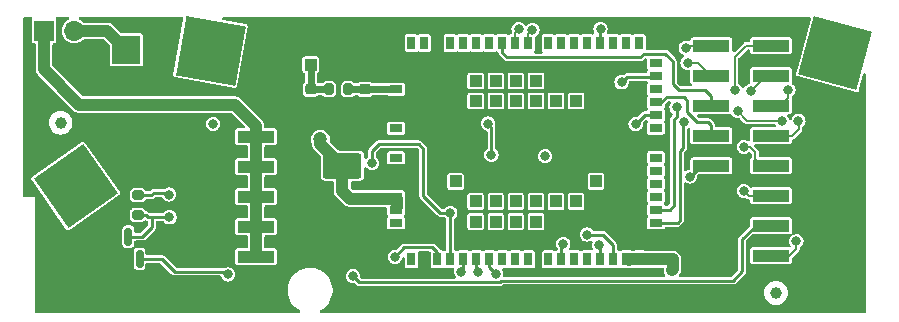
<source format=gbr>
%TF.GenerationSoftware,KiCad,Pcbnew,8.0.4*%
%TF.CreationDate,2024-09-18T13:26:39+01:00*%
%TF.ProjectId,BG95V4,42473935-5634-42e6-9b69-6361645f7063,rev?*%
%TF.SameCoordinates,Original*%
%TF.FileFunction,Copper,L4,Bot*%
%TF.FilePolarity,Positive*%
%FSLAX46Y46*%
G04 Gerber Fmt 4.6, Leading zero omitted, Abs format (unit mm)*
G04 Created by KiCad (PCBNEW 8.0.4) date 2024-09-18 13:26:39*
%MOMM*%
%LPD*%
G01*
G04 APERTURE LIST*
G04 Aperture macros list*
%AMRoundRect*
0 Rectangle with rounded corners*
0 $1 Rounding radius*
0 $2 $3 $4 $5 $6 $7 $8 $9 X,Y pos of 4 corners*
0 Add a 4 corners polygon primitive as box body*
4,1,4,$2,$3,$4,$5,$6,$7,$8,$9,$2,$3,0*
0 Add four circle primitives for the rounded corners*
1,1,$1+$1,$2,$3*
1,1,$1+$1,$4,$5*
1,1,$1+$1,$6,$7*
1,1,$1+$1,$8,$9*
0 Add four rect primitives between the rounded corners*
20,1,$1+$1,$2,$3,$4,$5,0*
20,1,$1+$1,$4,$5,$6,$7,0*
20,1,$1+$1,$6,$7,$8,$9,0*
20,1,$1+$1,$8,$9,$2,$3,0*%
%AMRotRect*
0 Rectangle, with rotation*
0 The origin of the aperture is its center*
0 $1 length*
0 $2 width*
0 $3 Rotation angle, in degrees counterclockwise*
0 Add horizontal line*
21,1,$1,$2,0,0,$3*%
G04 Aperture macros list end*
%TA.AperFunction,ComponentPad*%
%ADD10R,2.400000X2.400000*%
%TD*%
%TA.AperFunction,ComponentPad*%
%ADD11C,2.400000*%
%TD*%
%TA.AperFunction,ComponentPad*%
%ADD12R,1.700000X1.700000*%
%TD*%
%TA.AperFunction,ComponentPad*%
%ADD13O,1.700000X1.700000*%
%TD*%
%TA.AperFunction,SMDPad,CuDef*%
%ADD14R,0.700000X1.100000*%
%TD*%
%TA.AperFunction,SMDPad,CuDef*%
%ADD15R,1.100000X0.700000*%
%TD*%
%TA.AperFunction,SMDPad,CuDef*%
%ADD16R,1.000000X1.000000*%
%TD*%
%TA.AperFunction,SMDPad,CuDef*%
%ADD17RoundRect,0.250001X-1.399999X0.837499X-1.399999X-0.837499X1.399999X-0.837499X1.399999X0.837499X0*%
%TD*%
%TA.AperFunction,SMDPad,CuDef*%
%ADD18R,1.050000X2.200000*%
%TD*%
%TA.AperFunction,SMDPad,CuDef*%
%ADD19R,3.150000X1.000000*%
%TD*%
%TA.AperFunction,SMDPad,CuDef*%
%ADD20RotRect,5.100000X5.100000X170.000000*%
%TD*%
%TA.AperFunction,SMDPad,CuDef*%
%ADD21C,1.000000*%
%TD*%
%TA.AperFunction,SMDPad,CuDef*%
%ADD22RoundRect,0.200000X-0.200000X-0.275000X0.200000X-0.275000X0.200000X0.275000X-0.200000X0.275000X0*%
%TD*%
%TA.AperFunction,SMDPad,CuDef*%
%ADD23RoundRect,0.150000X0.150000X-0.587500X0.150000X0.587500X-0.150000X0.587500X-0.150000X-0.587500X0*%
%TD*%
%TA.AperFunction,SMDPad,CuDef*%
%ADD24RoundRect,0.225000X-0.250000X0.225000X-0.250000X-0.225000X0.250000X-0.225000X0.250000X0.225000X0*%
%TD*%
%TA.AperFunction,SMDPad,CuDef*%
%ADD25RotRect,5.100000X5.100000X165.000000*%
%TD*%
%TA.AperFunction,SMDPad,CuDef*%
%ADD26RotRect,5.100000X5.100000X125.000000*%
%TD*%
%TA.AperFunction,SMDPad,CuDef*%
%ADD27RoundRect,0.200000X-0.275000X0.200000X-0.275000X-0.200000X0.275000X-0.200000X0.275000X0.200000X0*%
%TD*%
%TA.AperFunction,ViaPad*%
%ADD28C,0.800000*%
%TD*%
%TA.AperFunction,ViaPad*%
%ADD29C,1.200000*%
%TD*%
%TA.AperFunction,Conductor*%
%ADD30C,0.250000*%
%TD*%
%TA.AperFunction,Conductor*%
%ADD31C,1.000000*%
%TD*%
%TA.AperFunction,Conductor*%
%ADD32C,0.200000*%
%TD*%
%TA.AperFunction,Conductor*%
%ADD33C,0.625000*%
%TD*%
G04 APERTURE END LIST*
D10*
%TO.P,BT1,1,+*%
%TO.N,/+3V6d*%
X11750000Y19500000D03*
D11*
%TO.P,BT1,2,-*%
%TO.N,GND*%
X11750000Y-1500000D03*
%TO.P,BT1,3,-*%
X15500000Y-1500000D03*
%TO.P,BT1,4,-*%
X8000000Y-1500000D03*
%TD*%
D12*
%TO.P,J1,1,Pin_1*%
%TO.N,/+3V6*%
X4800000Y21100000D03*
D13*
%TO.P,J1,2,Pin_2*%
%TO.N,/+3V6d*%
X7340000Y21100000D03*
%TD*%
D14*
%TO.P,U1,1,PSM_IND*%
%TO.N,unconnected-(U1-Pad1)*%
X35900000Y20050000D03*
%TO.P,U1,2,ADC1*%
%TO.N,unconnected-(U1-Pad2)*%
X37000000Y20050000D03*
%TO.P,U1,3,GND*%
%TO.N,GND*%
X38100000Y20050000D03*
%TO.P,U1,4,PCM_CLK*%
%TO.N,unconnected-(U1-Pad4)*%
X39200000Y20050000D03*
%TO.P,U1,5,PCM_SYNC*%
%TO.N,unconnected-(U1-Pad5)*%
X40300000Y20050000D03*
%TO.P,U1,6,PCM_IN*%
%TO.N,unconnected-(U1-Pad6)*%
X41400000Y20050000D03*
%TO.P,U1,7,PCM_OUT*%
%TO.N,unconnected-(U1-Pad7)*%
X42500000Y20050000D03*
%TO.P,U1,8,USB_VBUS*%
%TO.N,/Vbus*%
X43600000Y20050000D03*
%TO.P,U1,9,USB_DP*%
%TO.N,/D+*%
X44700000Y20050000D03*
%TO.P,U1,10,USB_DM*%
%TO.N,/D-*%
X45800000Y20050000D03*
%TO.P,U1,11,RESERVED*%
%TO.N,unconnected-(U1-Pad11)*%
X47500000Y20050000D03*
%TO.P,U1,12,RESERVED*%
X48600000Y20050000D03*
%TO.P,U1,13,RESERVED*%
X49700000Y20050000D03*
%TO.P,U1,14,RESERVED*%
X50800000Y20050000D03*
%TO.P,U1,15,PWRKEY*%
%TO.N,/PWRKEY*%
X51900000Y20050000D03*
%TO.P,U1,16,RESERVED*%
%TO.N,unconnected-(U1-Pad11)*%
X53000000Y20050000D03*
%TO.P,U1,17,~{RESET}*%
%TO.N,unconnected-(U1-Pad17)*%
X54100000Y20050000D03*
%TO.P,U1,18,W_DISABLE#*%
%TO.N,unconnected-(U1-Pad18)*%
X55200000Y20050000D03*
D15*
%TO.P,U1,19,AP_READY*%
%TO.N,unconnected-(U1-Pad19)*%
X56600000Y18350000D03*
%TO.P,U1,20,STATUS*%
%TO.N,/Status*%
X56600000Y17250000D03*
%TO.P,U1,21,NETLIGHT*%
%TO.N,unconnected-(U1-Pad21)*%
X56600000Y16150000D03*
%TO.P,U1,22,DBG_RXD*%
%TO.N,/R*%
X56600000Y15050000D03*
%TO.P,U1,23,DBG_TXD*%
%TO.N,/T*%
X56600000Y13950000D03*
%TO.P,U1,24,ADC0*%
%TO.N,unconnected-(U1-Pad24)*%
X56600000Y12850000D03*
%TO.P,U1,25,GPIO25*%
%TO.N,unconnected-(U1-Pad25)*%
X56600000Y10350000D03*
%TO.P,U1,26,GPIO26*%
%TO.N,unconnected-(U1-Pad26)*%
X56600000Y9250000D03*
%TO.P,U1,27,UART3_TXD*%
%TO.N,unconnected-(U1-Pad27)*%
X56600000Y8150000D03*
%TO.P,U1,28,UART3_RXD*%
%TO.N,unconnected-(U1-Pad28)*%
X56600000Y7050000D03*
%TO.P,U1,29,VDD_EXT*%
%TO.N,/VDD_EXT*%
X56600000Y5950000D03*
%TO.P,U1,30,DTR*%
%TO.N,/DTR*%
X56600000Y4850000D03*
%TO.P,U1,31,GND*%
%TO.N,GND*%
X56600000Y3750000D03*
D14*
%TO.P,U1,32,VBAT_BB*%
%TO.N,/VBAT*%
X55200000Y1750000D03*
%TO.P,U1,33,VBAT_BB*%
X54100000Y1750000D03*
%TO.P,U1,34,RXD*%
%TO.N,/RXD*%
X53000000Y1750000D03*
%TO.P,U1,35,TXD*%
%TO.N,/TXD*%
X51900000Y1750000D03*
%TO.P,U1,36,CTS*%
%TO.N,unconnected-(U1-Pad36)*%
X50800000Y1750000D03*
%TO.P,U1,37,RTS*%
%TO.N,unconnected-(U1-Pad37)*%
X49700000Y1750000D03*
%TO.P,U1,38,DCD*%
%TO.N,/DCD*%
X48600000Y1750000D03*
%TO.P,U1,39,RI*%
%TO.N,unconnected-(U1-Pad39)*%
X47500000Y1750000D03*
%TO.P,U1,40,I2C_SCL*%
%TO.N,unconnected-(U1-Pad40)*%
X45800000Y1750000D03*
%TO.P,U1,41,I2C_SDA*%
%TO.N,unconnected-(U1-Pad41)*%
X44700000Y1750000D03*
%TO.P,U1,42,USIM_PRESENCE*%
%TO.N,unconnected-(U1-Pad42)*%
X43600000Y1750000D03*
%TO.P,U1,43,USIM_VDD*%
%TO.N,/uVDD*%
X42500000Y1750000D03*
%TO.P,U1,44,USIM_RST*%
%TO.N,/uRST*%
X41400000Y1750000D03*
%TO.P,U1,45,USIM_DATA*%
%TO.N,/uData*%
X40300000Y1750000D03*
%TO.P,U1,46,USIM_CLK*%
%TO.N,/uCLK*%
X39200000Y1750000D03*
%TO.P,U1,47,USIM_GND*%
%TO.N,/uGND*%
X38100000Y1750000D03*
%TO.P,U1,48,GND*%
%TO.N,GND*%
X37000000Y1750000D03*
%TO.P,U1,49,ANT_GNSS*%
%TO.N,unconnected-(U1-Pad49)*%
X35900000Y1750000D03*
D15*
%TO.P,U1,50,GND*%
%TO.N,GND*%
X34600000Y3750000D03*
%TO.P,U1,51,RESERVED*%
%TO.N,unconnected-(U1-Pad11)*%
X34600000Y4850000D03*
%TO.P,U1,52,VBAT_RF*%
%TO.N,/VBAT*%
X34600000Y5950000D03*
%TO.P,U1,53,VBAT_RF*%
X34600000Y7050000D03*
%TO.P,U1,54,GND*%
%TO.N,GND*%
X34600000Y8150000D03*
%TO.P,U1,55,GND*%
X34600000Y9250000D03*
%TO.P,U1,56,RESERVED*%
%TO.N,unconnected-(U1-Pad11)*%
X34600000Y10350000D03*
%TO.P,U1,57,RESERVED*%
X34600000Y12850000D03*
%TO.P,U1,58,GND*%
%TO.N,GND*%
X34600000Y13950000D03*
%TO.P,U1,59,GND*%
X34600000Y15050000D03*
%TO.P,U1,60,ANT_MAIN*%
%TO.N,/RF_OUT*%
X34600000Y16150000D03*
%TO.P,U1,61,GND*%
%TO.N,GND*%
X34600000Y17250000D03*
%TO.P,U1,62,GND*%
X34600000Y18350000D03*
D16*
%TO.P,U1,63,RESERVED*%
%TO.N,unconnected-(U1-Pad11)*%
X41350000Y16850000D03*
%TO.P,U1,64,GPIO64*%
%TO.N,unconnected-(U1-Pad64)*%
X43050000Y16850000D03*
%TO.P,U1,65,GPIO65*%
%TO.N,unconnected-(U1-Pad65)*%
X44750000Y16850000D03*
%TO.P,U1,66,GPIO66*%
%TO.N,unconnected-(U1-Pad66)*%
X46450000Y16850000D03*
%TO.P,U1,67,GND*%
%TO.N,GND*%
X48150000Y16850000D03*
%TO.P,U1,68,GND*%
X49850000Y16850000D03*
%TO.P,U1,69,GND*%
X53250000Y13450000D03*
%TO.P,U1,70,GND*%
X53250000Y11750000D03*
%TO.P,U1,71,GND*%
X53250000Y10050000D03*
%TO.P,U1,72,GND*%
X53250000Y8350000D03*
%TO.P,U1,73,GND*%
X49850000Y4950000D03*
%TO.P,U1,74,GND*%
X48150000Y4950000D03*
%TO.P,U1,75,USB_BOOT*%
%TO.N,unconnected-(U1-Pad75)*%
X46450000Y4950000D03*
%TO.P,U1,76,RESERVED*%
%TO.N,unconnected-(U1-Pad11)*%
X44750000Y4950000D03*
%TO.P,U1,77,RESERVED*%
X43050000Y4950000D03*
%TO.P,U1,78,RESERVED*%
X41350000Y4950000D03*
%TO.P,U1,79,GND*%
%TO.N,GND*%
X37950000Y8350000D03*
%TO.P,U1,80,GND*%
X37950000Y10050000D03*
%TO.P,U1,81,GND*%
X37950000Y11750000D03*
%TO.P,U1,82,GND*%
X37950000Y13450000D03*
%TO.P,U1,83,RESERVED*%
%TO.N,unconnected-(U1-Pad11)*%
X41350000Y15150000D03*
%TO.P,U1,84,RESERVED*%
X43050000Y15150000D03*
%TO.P,U1,85,GPIO85*%
%TO.N,unconnected-(U1-Pad85)*%
X44750000Y15150000D03*
%TO.P,U1,86,GPIO86*%
%TO.N,unconnected-(U1-Pad86)*%
X46450000Y15150000D03*
%TO.P,U1,87,GPIO87*%
%TO.N,unconnected-(U1-Pad87)*%
X48150000Y15150000D03*
%TO.P,U1,88,GPIO88*%
%TO.N,unconnected-(U1-Pad88)*%
X49850000Y15150000D03*
%TO.P,U1,89,GND*%
%TO.N,GND*%
X51550000Y13450000D03*
%TO.P,U1,90,GND*%
X51550000Y11750000D03*
%TO.P,U1,91,GND*%
X51550000Y10050000D03*
%TO.P,U1,92,RESERVED*%
%TO.N,unconnected-(U1-Pad11)*%
X51550000Y8350000D03*
%TO.P,U1,93,RESERVED*%
X49850000Y6650000D03*
%TO.P,U1,94,RESERVED*%
X48150000Y6650000D03*
%TO.P,U1,95,RESERVED*%
X46450000Y6650000D03*
%TO.P,U1,96,RESERVED*%
X44750000Y6650000D03*
%TO.P,U1,97,RESERVED*%
X43050000Y6650000D03*
%TO.P,U1,98,RESERVED*%
X41350000Y6650000D03*
%TO.P,U1,99,RESERVED*%
X39650000Y8350000D03*
%TO.P,U1,100,GND*%
%TO.N,GND*%
X39650000Y10050000D03*
%TO.P,U1,101,GND*%
X39650000Y11750000D03*
%TO.P,U1,102,GND*%
X39650000Y13450000D03*
%TD*%
D17*
%TO.P,C5,1*%
%TO.N,/VBAT*%
X30060000Y9667500D03*
%TO.P,C5,2*%
%TO.N,GND*%
X30060000Y3292500D03*
%TD*%
D16*
%TO.P,J12,1,Pin_1*%
%TO.N,/RF_OUT1*%
X27381200Y18235800D03*
D18*
%TO.P,J12,2,Pin_2*%
%TO.N,GND*%
X28856200Y19735800D03*
D16*
X27381200Y21235800D03*
D18*
X25906200Y19735800D03*
%TD*%
D19*
%TO.P,J3,1,Pin_1*%
%TO.N,/uDTR*%
X66350000Y19840000D03*
%TO.P,J3,2,Pin_2*%
%TO.N,/uDCD*%
X66350000Y17300000D03*
%TO.P,J3,3,Pin_3*%
%TO.N,/uStatus*%
X66350000Y14760000D03*
%TO.P,J3,4,Pin_4*%
%TO.N,/uPWRKEY*%
X66350000Y12220000D03*
%TO.P,J3,5,Pin_5*%
%TO.N,/TxD*%
X66350000Y9680000D03*
%TO.P,J3,6,Pin_6*%
%TO.N,/RxD*%
X66350000Y7140000D03*
%TO.P,J3,7,Pin_7*%
%TO.N,/Alim*%
X66350000Y4600000D03*
%TO.P,J3,8,Pin_8*%
%TO.N,/+3V3_UC*%
X66350000Y2060000D03*
%TO.P,J3,9,Pin_9*%
%TO.N,/D-*%
X61300000Y19840000D03*
%TO.P,J3,10,Pin_10*%
%TO.N,/D+*%
X61300000Y17300000D03*
%TO.P,J3,11,Pin_11*%
%TO.N,/Vbus*%
X61300000Y14760000D03*
%TO.P,J3,12,Pin_12*%
%TO.N,/R*%
X61300000Y12220000D03*
%TO.P,J3,13,Pin_13*%
%TO.N,/T*%
X61300000Y9680000D03*
%TO.P,J3,14,Pin_14*%
%TO.N,GND*%
X61300000Y7140000D03*
%TO.P,J3,15,Pin_15*%
X61300000Y4600000D03*
%TO.P,J3,16,Pin_16*%
X61300000Y2060000D03*
%TD*%
D20*
%TO.P,J5,1,Pin_1*%
%TO.N,unconnected-(J5-Pad1)*%
X18897600Y19431000D03*
%TD*%
D21*
%TO.P,FID2,*%
%TO.N,*%
X66776600Y-1092200D03*
%TD*%
D22*
%TO.P,R4,1*%
%TO.N,/RF_OUT1*%
X28900000Y16150000D03*
%TO.P,R4,2*%
%TO.N,/RF_OUT*%
X30550000Y16150000D03*
%TD*%
D19*
%TO.P,J2,1,Pin_1*%
%TO.N,GND*%
X17700000Y1970000D03*
%TO.P,J2,2,Pin_2*%
X17700000Y4510000D03*
%TO.P,J2,3,Pin_3*%
X17700000Y7050000D03*
%TO.P,J2,4,Pin_4*%
X17700000Y9590000D03*
%TO.P,J2,5,Pin_5*%
X17700000Y12130000D03*
%TO.P,J2,6,Pin_6*%
%TO.N,/+3V6*%
X22750000Y1970000D03*
%TO.P,J2,7,Pin_7*%
X22750000Y4510000D03*
%TO.P,J2,8,Pin_8*%
X22750000Y7050000D03*
%TO.P,J2,9,Pin_9*%
X22750000Y9590000D03*
%TO.P,J2,10,Pin_10*%
X22750000Y12130000D03*
%TD*%
D23*
%TO.P,Q1,1,B*%
%TO.N,/Alim*%
X12888000Y1805700D03*
%TO.P,Q1,2,E*%
%TO.N,GND*%
X10988000Y1805700D03*
%TO.P,Q1,3,C*%
%TO.N,Net-(Q1-Pad3)*%
X11938000Y3680700D03*
%TD*%
D24*
%TO.P,C13,1*%
%TO.N,/RF_OUT1*%
X27375000Y16150000D03*
%TO.P,C13,2*%
%TO.N,GND*%
X27375000Y14600000D03*
%TD*%
D25*
%TO.P,J6,1,Pin_1*%
%TO.N,unconnected-(J6-Pad1)*%
X71805800Y19227800D03*
%TD*%
D26*
%TO.P,J4,1,Pin_1*%
%TO.N,unconnected-(J4-Pad1)*%
X7467600Y7950200D03*
%TD*%
D27*
%TO.P,R2,1*%
%TO.N,/+3V6d*%
X12725400Y7175000D03*
%TO.P,R2,2*%
%TO.N,Net-(Q1-Pad3)*%
X12725400Y5525000D03*
%TD*%
D21*
%TO.P,FID3,*%
%TO.N,*%
X6197600Y13309600D03*
%TD*%
D24*
%TO.P,C14,1*%
%TO.N,/RF_OUT*%
X32000000Y16150000D03*
%TO.P,C14,2*%
%TO.N,GND*%
X32000000Y14600000D03*
%TD*%
D28*
%TO.N,GND*%
X73533000Y13685394D03*
X31369000Y17399000D03*
X39370000Y16510000D03*
X73533000Y6065394D03*
X65913000Y21305394D03*
X73533000Y985394D03*
X73533000Y8605394D03*
X58432288Y3644211D03*
X48133000Y-1554606D03*
X15113000Y11145394D03*
X36195000Y13335000D03*
X70993000Y8605394D03*
X17653000Y-1554606D03*
X37973000Y-1554606D03*
X58293000Y-1554606D03*
X63373000Y21305394D03*
X44450000Y8890000D03*
X4749800Y15214600D03*
X35560000Y-1270000D03*
X30353000Y21305394D03*
X60147200Y10947400D03*
X73533000Y-1554606D03*
X41910000Y8890000D03*
X31496000Y13208000D03*
X18135600Y16179800D03*
X22733000Y16225394D03*
X20193000Y-1554606D03*
X7493000Y18765394D03*
X12573000Y11145394D03*
X70993000Y11145394D03*
X53213000Y-1554606D03*
X32893000Y13208000D03*
X60833000Y21305394D03*
X28575000Y13462000D03*
X55880000Y-1270000D03*
X36195000Y14478000D03*
X25273000Y985394D03*
X45720000Y-1270000D03*
X45593000Y3525394D03*
X12573000Y8605394D03*
X25908000Y14859000D03*
X22733000Y-1554606D03*
X15113000Y3525394D03*
X68453000Y21305394D03*
X10033000Y3525394D03*
X22707600Y21285200D03*
X32893000Y-1554606D03*
X25400000Y3810000D03*
X36195000Y16637000D03*
X32893000Y21305394D03*
X49430000Y13150000D03*
X36195000Y15494000D03*
X24511000Y14986000D03*
X22733000Y18765394D03*
X30353000Y-1554606D03*
X27051000Y13335000D03*
X11099800Y17170400D03*
X28829000Y14859000D03*
X14046200Y17170400D03*
X60833000Y-1554606D03*
X31089600Y19634200D03*
X70993000Y13685394D03*
X73533000Y11145394D03*
X70993000Y985394D03*
X68453000Y-1554606D03*
X63373000Y-1554606D03*
X54250000Y6740000D03*
X13106400Y13055600D03*
X10033000Y11145394D03*
X70993000Y3525394D03*
X20193000Y3525394D03*
X70993000Y-1554606D03*
X4953000Y11145394D03*
X73533000Y3525394D03*
X40640000Y-1270000D03*
X30607000Y14859000D03*
X50800000Y-1270000D03*
X7493000Y985394D03*
X43053000Y-1554606D03*
X9779000Y13055600D03*
X8331200Y17043400D03*
%TO.N,/uGND*%
X42675000Y10600000D03*
X34510000Y1960000D03*
X42400000Y13250000D03*
%TO.N,/uRST*%
X41540000Y719989D03*
%TO.N,/uCLK*%
X32580000Y9900000D03*
X39200000Y5700000D03*
%TO.N,/uData*%
X40130000Y720000D03*
%TO.N,/uVDD*%
X43070000Y530000D03*
%TO.N,/VBAT*%
X57960000Y830000D03*
X47233980Y10491020D03*
D29*
X28200000Y11900000D03*
D28*
%TO.N,/uStatus*%
X67825000Y16100000D03*
%TO.N,/uPWRKEY*%
X68675000Y13500000D03*
%TO.N,/uDTR*%
X63275000Y16125000D03*
%TO.N,/TxD*%
X64050000Y11275000D03*
%TO.N,/RxD*%
X64050000Y7550000D03*
%TO.N,/uDCD*%
X64625000Y16025000D03*
%TO.N,Net-(Q1-Pad3)*%
X15417800Y5308600D03*
%TO.N,/RXD*%
X50775000Y3850000D03*
%TO.N,/TXD*%
X51800000Y2950000D03*
%TO.N,/VDD_EXT*%
X58350000Y14625000D03*
%TO.N,/DTR*%
X58975000Y13350000D03*
%TO.N,/DCD*%
X48768000Y3048000D03*
%TO.N,/PWRKEY*%
X51917600Y21234400D03*
%TO.N,/Status*%
X53695600Y16738600D03*
%TO.N,/Alim*%
X20400000Y475000D03*
X30962600Y330200D03*
%TO.N,/+3V6d*%
X19126200Y13233400D03*
X15392400Y7239000D03*
%TO.N,/+3V3_UC*%
X68500000Y3275000D03*
X67250000Y13500000D03*
X63525000Y14300000D03*
%TO.N,/T*%
X59512200Y8763000D03*
X54889400Y13182600D03*
%TO.N,/D+*%
X59283600Y18389600D03*
X44983400Y21234400D03*
%TO.N,/D-*%
X46151800Y21183600D03*
X59125498Y19659600D03*
%TD*%
D30*
%TO.N,/uGND*%
X42675000Y12975000D02*
X42400000Y13250000D01*
X35310000Y2760000D02*
X37690000Y2760000D01*
X38100000Y2350000D02*
X38100000Y1750000D01*
X42675000Y10600000D02*
X42675000Y12975000D01*
X34510000Y1960000D02*
X35310000Y2760000D01*
X37690000Y2760000D02*
X38100000Y2350000D01*
%TO.N,/uRST*%
X41400000Y670000D02*
X41449989Y719989D01*
X41400000Y1750000D02*
X41400000Y670000D01*
X41449989Y719989D02*
X41540000Y719989D01*
%TO.N,/uCLK*%
X36910000Y7140000D02*
X38350000Y5700000D01*
X36530000Y11500000D02*
X36910000Y11120000D01*
X32580000Y9900000D02*
X32580000Y10940000D01*
X32580000Y10940000D02*
X33140000Y11500000D01*
X33140000Y11500000D02*
X36530000Y11500000D01*
X36910000Y11120000D02*
X36910000Y7140000D01*
X39200000Y1900000D02*
X39300000Y1800000D01*
X39200000Y5700000D02*
X39200000Y1900000D01*
X38350000Y5700000D02*
X39200000Y5700000D01*
%TO.N,/uData*%
X40300000Y1750000D02*
X40300000Y890000D01*
X40300000Y890000D02*
X40130000Y720000D01*
%TO.N,/uVDD*%
X42500000Y1750000D02*
X42500000Y1100000D01*
X42500000Y1100000D02*
X43070000Y530000D01*
D31*
%TO.N,/VBAT*%
X54350000Y1750000D02*
X54300000Y1700000D01*
X30060000Y7520000D02*
X30060000Y9667500D01*
X30680001Y6899999D02*
X30060000Y7520000D01*
X28200000Y11900000D02*
X28200000Y11527500D01*
X55200000Y1750000D02*
X54350000Y1750000D01*
X34700000Y6200000D02*
X34700000Y6899999D01*
X34700000Y6899999D02*
X30680001Y6899999D01*
X28200000Y11527500D02*
X30060000Y9667500D01*
X55200000Y1750000D02*
X58050000Y1750000D01*
X58050000Y1750000D02*
X58050000Y920000D01*
X58050000Y920000D02*
X57960000Y830000D01*
D32*
%TO.N,/uStatus*%
X67210000Y14760000D02*
X67825000Y15375000D01*
X67825000Y15375000D02*
X67825000Y16100000D01*
X66350000Y14760000D02*
X67210000Y14760000D01*
%TO.N,/uPWRKEY*%
X68700000Y13475000D02*
X68675000Y13500000D01*
X66350000Y12220000D02*
X68170000Y12220000D01*
X68700000Y12750000D02*
X68700000Y13475000D01*
X68170000Y12220000D02*
X68700000Y12750000D01*
D31*
%TO.N,/+3V6*%
X22750000Y2005000D02*
X22750000Y12130000D01*
X4800000Y17831400D02*
X4800000Y21100000D01*
X22750000Y12130000D02*
X22750000Y13075000D01*
X7772400Y14859000D02*
X4800000Y17831400D01*
X20966000Y14859000D02*
X7772400Y14859000D01*
X22750000Y13075000D02*
X20966000Y14859000D01*
D32*
%TO.N,/uDTR*%
X64215000Y19840000D02*
X66350000Y19840000D01*
X63275000Y16125000D02*
X63275000Y18900000D01*
X63275000Y18900000D02*
X64215000Y19840000D01*
%TO.N,/TxD*%
X65000000Y10225000D02*
X65000000Y10825000D01*
X64550000Y11275000D02*
X64050000Y11275000D01*
X65000000Y10825000D02*
X64550000Y11275000D01*
X65545000Y9680000D02*
X65000000Y10225000D01*
X66350000Y9680000D02*
X65545000Y9680000D01*
%TO.N,/RxD*%
X64460000Y7140000D02*
X64050000Y7550000D01*
X66350000Y7140000D02*
X64460000Y7140000D01*
%TO.N,/uDCD*%
X65900000Y17300000D02*
X66350000Y17300000D01*
X64625000Y16025000D02*
X65900000Y17300000D01*
D33*
%TO.N,/RF_OUT*%
X32000000Y16150000D02*
X30550000Y16150000D01*
X34600000Y16150000D02*
X32000000Y16150000D01*
D30*
%TO.N,Net-(Q1-Pad3)*%
X11938000Y3680700D02*
X13129500Y3680700D01*
X13614400Y5308600D02*
X13919200Y5308600D01*
X13919200Y4470400D02*
X13919200Y5308600D01*
X12725400Y5525000D02*
X13398000Y5525000D01*
X13398000Y5525000D02*
X13614400Y5308600D01*
X13129500Y3680700D02*
X13919200Y4470400D01*
X13919200Y5308600D02*
X15417800Y5308600D01*
%TO.N,/RXD*%
X53000000Y1750000D02*
X53000000Y2950000D01*
X53000000Y2950000D02*
X52100000Y3850000D01*
X52100000Y3850000D02*
X50775000Y3850000D01*
%TO.N,/TXD*%
X51900000Y2850000D02*
X51800000Y2950000D01*
X51900000Y1750000D02*
X51900000Y2850000D01*
%TO.N,/VDD_EXT*%
X58166000Y6350000D02*
X57766000Y5950000D01*
X57766000Y5950000D02*
X56600000Y5950000D01*
X58350000Y13825000D02*
X58166001Y13641001D01*
X58166001Y13641001D02*
X58166000Y6350000D01*
X58350000Y14625000D02*
X58350000Y13825000D01*
%TO.N,/DTR*%
X58928000Y13303000D02*
X58928000Y11176000D01*
X58674000Y10922000D02*
X58674000Y5080000D01*
X58674000Y5080000D02*
X58444000Y4850000D01*
X58444000Y4850000D02*
X56600000Y4850000D01*
X58928000Y11176000D02*
X58674000Y10922000D01*
X58975000Y13350000D02*
X58928000Y13303000D01*
%TO.N,/DCD*%
X48600000Y2880000D02*
X48768000Y3048000D01*
X48600000Y1750000D02*
X48600000Y2880000D01*
%TO.N,/PWRKEY*%
X51900000Y21216800D02*
X51917600Y21234400D01*
X51900000Y20050000D02*
X51900000Y21216800D01*
%TO.N,/Status*%
X54157000Y17200000D02*
X53695600Y16738600D01*
X56600000Y17200000D02*
X54157000Y17200000D01*
%TO.N,/Alim*%
X20163800Y711200D02*
X20400000Y475000D01*
X43525000Y-50000D02*
X43375000Y-200000D01*
X65050000Y4600000D02*
X63900000Y3450000D01*
X63900000Y3450000D02*
X63900000Y725000D01*
X43375000Y-200000D02*
X34312200Y-200000D01*
X31492800Y-200000D02*
X30962600Y330200D01*
X14755100Y1805700D02*
X15849600Y711200D01*
X63900000Y725000D02*
X63125000Y-50000D01*
X12888000Y1805700D02*
X14755100Y1805700D01*
X63125000Y-50000D02*
X43525000Y-50000D01*
X15849600Y711200D02*
X20163800Y711200D01*
X66350000Y4600000D02*
X65050000Y4600000D01*
X34312200Y-200000D02*
X31492800Y-200000D01*
%TO.N,/+3V6d*%
X15265400Y7366000D02*
X15392400Y7239000D01*
D31*
X10150000Y21100000D02*
X7340000Y21100000D01*
X11750000Y19500000D02*
X10150000Y21100000D01*
D30*
X13893800Y7188200D02*
X14071600Y7366000D01*
X14071600Y7366000D02*
X15265400Y7366000D01*
X13880600Y7175000D02*
X14071600Y7366000D01*
X12725400Y7175000D02*
X13880600Y7175000D01*
D32*
%TO.N,/+3V3_UC*%
X64325000Y13500000D02*
X67250000Y13500000D01*
X68500000Y2650000D02*
X68500000Y3275000D01*
X66350000Y2060000D02*
X67910000Y2060000D01*
X63525000Y14300000D02*
X64325000Y13500000D01*
X67910000Y2060000D02*
X68500000Y2650000D01*
D33*
%TO.N,/RF_OUT1*%
X27388200Y18228800D02*
X27388200Y16163200D01*
X28900000Y16150000D02*
X27375000Y16150000D01*
X27388200Y16163200D02*
X27375000Y16150000D01*
D30*
%TO.N,/T*%
X55656800Y13950000D02*
X56600000Y13950000D01*
X54889400Y13182600D02*
X55656800Y13950000D01*
X61300000Y9680000D02*
X60429200Y9680000D01*
X60429200Y9680000D02*
X59512200Y8763000D01*
%TO.N,/R*%
X58953400Y15494000D02*
X59143900Y15303500D01*
X59258200Y14249400D02*
X59258200Y15189200D01*
X59258200Y15189200D02*
X59143900Y15303500D01*
X57505600Y15494000D02*
X58953400Y15494000D01*
X61300000Y13096600D02*
X60985400Y13411200D01*
X61300000Y12220000D02*
X61300000Y13096600D01*
X60096400Y13411200D02*
X59258200Y14249400D01*
X56600000Y15050000D02*
X57061600Y15050000D01*
X57061600Y15050000D02*
X57505600Y15494000D01*
X60985400Y13411200D02*
X60096400Y13411200D01*
D32*
%TO.N,/D+*%
X59283600Y18389600D02*
X60210400Y18389600D01*
X44700000Y20951000D02*
X44983400Y21234400D01*
X60210400Y18389600D02*
X61300000Y17300000D01*
X44700000Y20050000D02*
X44700000Y20951000D01*
%TO.N,/D-*%
X59305898Y19840000D02*
X61300000Y19840000D01*
X59125498Y19659600D02*
X59305898Y19840000D01*
X45800000Y20831800D02*
X46151800Y21183600D01*
X45800000Y20050000D02*
X45800000Y20831800D01*
D30*
%TO.N,/Vbus*%
X58547000Y16078200D02*
X60223400Y16078200D01*
X58039000Y18542000D02*
X58039000Y16586200D01*
X60248800Y16103600D02*
X60756800Y16103600D01*
X57404000Y19177000D02*
X58039000Y18542000D01*
X55600600Y19177000D02*
X57404000Y19177000D01*
X61300000Y15560400D02*
X61300000Y14760000D01*
X43600000Y20050000D02*
X43600000Y19250000D01*
X43600000Y19250000D02*
X44003200Y18846800D01*
X44003200Y18846800D02*
X55270400Y18846800D01*
X55270400Y18846800D02*
X55600600Y19177000D01*
X60223400Y16078200D02*
X60248800Y16103600D01*
X58039000Y16586200D02*
X58547000Y16078200D01*
X60756800Y16103600D02*
X61300000Y15560400D01*
%TD*%
%TA.AperFunction,Conductor*%
%TO.N,GND*%
G36*
X3764692Y22264398D02*
G01*
X3811185Y22210742D01*
X3821289Y22140468D01*
X3801336Y22088398D01*
X3761133Y22028231D01*
X3761132Y22028228D01*
X3749500Y21969750D01*
X3749500Y20230249D01*
X3761132Y20171771D01*
X3761133Y20171768D01*
X3805448Y20105448D01*
X3871768Y20061133D01*
X3871771Y20061132D01*
X3930249Y20049500D01*
X3930252Y20049500D01*
X3973500Y20049500D01*
X4041621Y20029498D01*
X4088114Y19975842D01*
X4099500Y19923500D01*
X4099500Y17762402D01*
X4126420Y17627071D01*
X4126421Y17627068D01*
X4179225Y17499589D01*
X4255885Y17384858D01*
X4255890Y17384852D01*
X7228286Y14412458D01*
X7262512Y14378232D01*
X7325858Y14314885D01*
X7440587Y14238226D01*
X7440588Y14238225D01*
X7440589Y14238225D01*
X7506326Y14210996D01*
X7506325Y14210995D01*
X7568069Y14185420D01*
X7586017Y14181850D01*
X7594991Y14180065D01*
X7594991Y14180064D01*
X7703401Y14158500D01*
X7703407Y14158500D01*
X20623653Y14158500D01*
X20691774Y14138498D01*
X20712748Y14121595D01*
X21788748Y13045595D01*
X21822774Y12983283D01*
X21817709Y12912468D01*
X21775162Y12855632D01*
X21708642Y12830821D01*
X21699653Y12830500D01*
X21155252Y12830500D01*
X21096769Y12818867D01*
X21030448Y12774552D01*
X21007191Y12739746D01*
X20986133Y12708231D01*
X20986132Y12708228D01*
X20974500Y12649750D01*
X20974500Y11610249D01*
X20986132Y11551771D01*
X20986133Y11551768D01*
X21030448Y11485448D01*
X21096768Y11441133D01*
X21096771Y11441132D01*
X21155249Y11429500D01*
X21155252Y11429500D01*
X21923500Y11429500D01*
X21991621Y11409498D01*
X22038114Y11355842D01*
X22049500Y11303500D01*
X22049500Y10416500D01*
X22029498Y10348379D01*
X21975842Y10301886D01*
X21923500Y10290500D01*
X21155252Y10290500D01*
X21096769Y10278867D01*
X21030448Y10234552D01*
X21007191Y10199746D01*
X20986133Y10168231D01*
X20986132Y10168228D01*
X20974500Y10109750D01*
X20974500Y9070249D01*
X20986132Y9011771D01*
X20986133Y9011768D01*
X21030448Y8945448D01*
X21096768Y8901133D01*
X21096771Y8901132D01*
X21155249Y8889500D01*
X21155252Y8889500D01*
X21923500Y8889500D01*
X21991621Y8869498D01*
X22038114Y8815842D01*
X22049500Y8763500D01*
X22049500Y7876500D01*
X22029498Y7808379D01*
X21975842Y7761886D01*
X21923500Y7750500D01*
X21155252Y7750500D01*
X21096769Y7738867D01*
X21030448Y7694552D01*
X21007191Y7659746D01*
X20986133Y7628231D01*
X20986132Y7628228D01*
X20974500Y7569750D01*
X20974500Y6530249D01*
X20986132Y6471771D01*
X20986133Y6471768D01*
X21030448Y6405448D01*
X21096768Y6361133D01*
X21096771Y6361132D01*
X21155249Y6349500D01*
X21155252Y6349500D01*
X21923500Y6349500D01*
X21991621Y6329498D01*
X22038114Y6275842D01*
X22049500Y6223500D01*
X22049500Y5336500D01*
X22029498Y5268379D01*
X21975842Y5221886D01*
X21923500Y5210500D01*
X21155252Y5210500D01*
X21096769Y5198867D01*
X21030448Y5154552D01*
X21007191Y5119746D01*
X20986133Y5088231D01*
X20986132Y5088228D01*
X20974500Y5029750D01*
X20974500Y3990249D01*
X20986132Y3931771D01*
X20986133Y3931768D01*
X21030448Y3865448D01*
X21096768Y3821133D01*
X21096771Y3821132D01*
X21155249Y3809500D01*
X21155252Y3809500D01*
X21923500Y3809500D01*
X21991621Y3789498D01*
X22038114Y3735842D01*
X22049500Y3683500D01*
X22049500Y2796500D01*
X22029498Y2728379D01*
X21975842Y2681886D01*
X21923500Y2670500D01*
X21155252Y2670500D01*
X21096769Y2658867D01*
X21030448Y2614552D01*
X20987223Y2549862D01*
X20986133Y2548231D01*
X20986132Y2548228D01*
X20974500Y2489750D01*
X20974500Y1450249D01*
X20986132Y1391771D01*
X20986133Y1391768D01*
X21030448Y1325448D01*
X21096768Y1281133D01*
X21096771Y1281132D01*
X21155249Y1269500D01*
X21155252Y1269500D01*
X24344750Y1269500D01*
X24403228Y1281132D01*
X24403231Y1281133D01*
X24469552Y1325448D01*
X24513867Y1391769D01*
X24525500Y1450252D01*
X24525500Y2489748D01*
X24513867Y2548231D01*
X24469552Y2614552D01*
X24403231Y2658867D01*
X24344748Y2670500D01*
X24344747Y2670500D01*
X23576500Y2670500D01*
X23508379Y2690502D01*
X23461886Y2744158D01*
X23450500Y2796500D01*
X23450500Y3683500D01*
X23470502Y3751621D01*
X23524158Y3798114D01*
X23576500Y3809500D01*
X24344750Y3809500D01*
X24403228Y3821132D01*
X24403231Y3821133D01*
X24445590Y3849437D01*
X24469552Y3865448D01*
X24513867Y3931769D01*
X24525500Y3990252D01*
X24525500Y5029748D01*
X24513867Y5088231D01*
X24469552Y5154552D01*
X24403231Y5198867D01*
X24344748Y5210500D01*
X24344747Y5210500D01*
X23576500Y5210500D01*
X23508379Y5230502D01*
X23461886Y5284158D01*
X23450500Y5336500D01*
X23450500Y6223500D01*
X23470502Y6291621D01*
X23524158Y6338114D01*
X23576500Y6349500D01*
X24344750Y6349500D01*
X24403228Y6361132D01*
X24403231Y6361133D01*
X24469552Y6405448D01*
X24513867Y6471769D01*
X24525500Y6530252D01*
X24525500Y7569748D01*
X24513867Y7628231D01*
X24469552Y7694552D01*
X24403231Y7738867D01*
X24344748Y7750500D01*
X24344747Y7750500D01*
X23576500Y7750500D01*
X23508379Y7770502D01*
X23461886Y7824158D01*
X23450500Y7876500D01*
X23450500Y8763500D01*
X23470502Y8831621D01*
X23524158Y8878114D01*
X23576500Y8889500D01*
X24344750Y8889500D01*
X24403228Y8901132D01*
X24403231Y8901133D01*
X24469552Y8945448D01*
X24513867Y9011769D01*
X24525500Y9070252D01*
X24525500Y10109748D01*
X24513867Y10168231D01*
X24469552Y10234552D01*
X24403231Y10278867D01*
X24344748Y10290500D01*
X24344747Y10290500D01*
X23576500Y10290500D01*
X23508379Y10310502D01*
X23461886Y10364158D01*
X23450500Y10416500D01*
X23450500Y11303500D01*
X23470502Y11371621D01*
X23524158Y11418114D01*
X23576500Y11429500D01*
X24344750Y11429500D01*
X24403228Y11441132D01*
X24403231Y11441133D01*
X24452314Y11473930D01*
X24469552Y11485448D01*
X24513867Y11551769D01*
X24525500Y11610252D01*
X24525500Y11900000D01*
X27394435Y11900000D01*
X27414632Y11720745D01*
X27414632Y11720742D01*
X27414633Y11720742D01*
X27474210Y11550478D01*
X27480190Y11540962D01*
X27499500Y11473930D01*
X27499500Y11458502D01*
X27526420Y11323171D01*
X27526421Y11323168D01*
X27579225Y11195689D01*
X27655887Y11080955D01*
X28172596Y10564246D01*
X28206621Y10501934D01*
X28209500Y10475151D01*
X28209500Y8775743D01*
X28209501Y8775728D01*
X28212354Y8745304D01*
X28212356Y8745295D01*
X28257206Y8617118D01*
X28257208Y8617114D01*
X28337849Y8507849D01*
X28447114Y8427208D01*
X28447118Y8427206D01*
X28575296Y8382355D01*
X28575300Y8382354D01*
X28605734Y8379500D01*
X28605735Y8379500D01*
X29233500Y8379500D01*
X29301621Y8359498D01*
X29348114Y8305842D01*
X29359500Y8253500D01*
X29359500Y7451002D01*
X29386420Y7315671D01*
X29386421Y7315668D01*
X29439225Y7188189D01*
X29515885Y7073458D01*
X29515890Y7073452D01*
X30233453Y6355889D01*
X30233459Y6355884D01*
X30348190Y6279224D01*
X30475669Y6226420D01*
X30475672Y6226419D01*
X30611003Y6199499D01*
X30611007Y6199499D01*
X30611008Y6199499D01*
X33723500Y6199499D01*
X33791621Y6179497D01*
X33838114Y6125841D01*
X33849500Y6073499D01*
X33849500Y5580249D01*
X33861132Y5521771D01*
X33861133Y5521768D01*
X33895723Y5470002D01*
X33916938Y5402249D01*
X33898155Y5333782D01*
X33895723Y5329998D01*
X33861133Y5278231D01*
X33861132Y5278228D01*
X33849500Y5219750D01*
X33849500Y4480249D01*
X33861132Y4421771D01*
X33861133Y4421768D01*
X33905448Y4355448D01*
X33971768Y4311133D01*
X33971771Y4311132D01*
X34030249Y4299500D01*
X34030252Y4299500D01*
X35169750Y4299500D01*
X35228228Y4311132D01*
X35228231Y4311133D01*
X35294552Y4355448D01*
X35338867Y4421769D01*
X35350500Y4480252D01*
X35350500Y5219748D01*
X35338867Y5278231D01*
X35304276Y5329998D01*
X35283061Y5397749D01*
X35301843Y5466217D01*
X35304264Y5469983D01*
X35338867Y5521769D01*
X35350500Y5580252D01*
X35350500Y5914888D01*
X35360091Y5963106D01*
X35373577Y5995665D01*
X35373580Y5995672D01*
X35400500Y6131007D01*
X35400500Y6968992D01*
X35373580Y7104327D01*
X35360090Y7136893D01*
X35350500Y7185110D01*
X35350500Y7419746D01*
X35350500Y7419748D01*
X35338867Y7478231D01*
X35294552Y7544552D01*
X35228231Y7588867D01*
X35169748Y7600500D01*
X34030252Y7600500D01*
X34024039Y7600500D01*
X34024019Y7600499D01*
X31022348Y7600499D01*
X30954227Y7620501D01*
X30933253Y7637404D01*
X30797405Y7773252D01*
X30763379Y7835564D01*
X30760500Y7862347D01*
X30760500Y8253500D01*
X30780502Y8321621D01*
X30834158Y8368114D01*
X30886500Y8379500D01*
X31514256Y8379500D01*
X31514271Y8379501D01*
X31535567Y8381498D01*
X31544698Y8382354D01*
X31544704Y8382356D01*
X31672881Y8427206D01*
X31672885Y8427208D01*
X31782150Y8507849D01*
X31862791Y8617114D01*
X31862793Y8617118D01*
X31907644Y8745296D01*
X31907645Y8745300D01*
X31907646Y8745302D01*
X31910500Y8775735D01*
X31910499Y9414897D01*
X31930501Y9483016D01*
X31984157Y9529509D01*
X32054430Y9539613D01*
X32119011Y9510120D01*
X32136459Y9491602D01*
X32151715Y9471720D01*
X32277157Y9375465D01*
X32277160Y9375463D01*
X32423239Y9314955D01*
X32580000Y9294318D01*
X32736760Y9314955D01*
X32882839Y9375463D01*
X32882842Y9375465D01*
X32891369Y9382008D01*
X33008282Y9471718D01*
X33104536Y9597159D01*
X33165044Y9743238D01*
X33185682Y9900000D01*
X33165044Y10056762D01*
X33104536Y10202841D01*
X33008282Y10328282D01*
X32954796Y10369322D01*
X32912929Y10426659D01*
X32905500Y10469285D01*
X32905500Y10719750D01*
X33849500Y10719750D01*
X33849500Y9980249D01*
X33861132Y9921771D01*
X33861133Y9921768D01*
X33905448Y9855448D01*
X33971768Y9811133D01*
X33971771Y9811132D01*
X34030249Y9799500D01*
X34030252Y9799500D01*
X35169750Y9799500D01*
X35228228Y9811132D01*
X35228231Y9811133D01*
X35294552Y9855448D01*
X35338867Y9921769D01*
X35350500Y9980252D01*
X35350500Y10719748D01*
X35338867Y10778231D01*
X35294552Y10844552D01*
X35228231Y10888867D01*
X35169748Y10900500D01*
X34030252Y10900500D01*
X33971769Y10888867D01*
X33905448Y10844552D01*
X33867108Y10787173D01*
X33861133Y10778231D01*
X33861132Y10778228D01*
X33849500Y10719750D01*
X32905500Y10719750D01*
X32905500Y10752982D01*
X32925502Y10821103D01*
X32942404Y10842077D01*
X33237921Y11137595D01*
X33300234Y11171620D01*
X33327017Y11174500D01*
X36342983Y11174500D01*
X36411104Y11154498D01*
X36432078Y11137595D01*
X36547595Y11022078D01*
X36581621Y10959766D01*
X36584500Y10932983D01*
X36584500Y7182853D01*
X36584500Y7097147D01*
X36606682Y7014361D01*
X36606683Y7014359D01*
X36606684Y7014356D01*
X36649532Y6940141D01*
X36649540Y6940131D01*
X37732596Y5857077D01*
X38089533Y5500140D01*
X38089535Y5500138D01*
X38119670Y5470003D01*
X38150136Y5439536D01*
X38150139Y5439534D01*
X38174735Y5425334D01*
X38199332Y5411133D01*
X38214651Y5402288D01*
X38224365Y5396680D01*
X38307144Y5374499D01*
X38307148Y5374499D01*
X38400571Y5374499D01*
X38400587Y5374500D01*
X38630714Y5374500D01*
X38698835Y5354498D01*
X38730676Y5325204D01*
X38771717Y5271717D01*
X38825204Y5230676D01*
X38867071Y5173338D01*
X38874500Y5130714D01*
X38874500Y2612707D01*
X38854498Y2544586D01*
X38800842Y2498093D01*
X38773080Y2489128D01*
X38772721Y2489056D01*
X38771769Y2488867D01*
X38720001Y2454276D01*
X38652251Y2433061D01*
X38583783Y2451843D01*
X38580016Y2454264D01*
X38528231Y2488867D01*
X38469748Y2500500D01*
X38469747Y2500500D01*
X38460478Y2500500D01*
X38392357Y2520502D01*
X38366537Y2544255D01*
X38366305Y2544023D01*
X38360714Y2549613D01*
X38360514Y2549798D01*
X38360467Y2549857D01*
X38360465Y2549862D01*
X38299862Y2610465D01*
X38289496Y2620831D01*
X38289486Y2620838D01*
X37889862Y3020465D01*
X37815639Y3063318D01*
X37732853Y3085500D01*
X35352853Y3085500D01*
X35267147Y3085500D01*
X35184361Y3063318D01*
X35110138Y3020465D01*
X34682379Y2592706D01*
X34620069Y2558683D01*
X34576843Y2556881D01*
X34510000Y2565682D01*
X34353238Y2545044D01*
X34207159Y2484536D01*
X34081718Y2388282D01*
X34009461Y2294114D01*
X33985465Y2262842D01*
X33985463Y2262839D01*
X33924955Y2116760D01*
X33904318Y1960000D01*
X33904318Y1959999D01*
X33924955Y1803239D01*
X33985463Y1657160D01*
X33985465Y1657157D01*
X34081718Y1531718D01*
X34207157Y1435465D01*
X34207160Y1435463D01*
X34353239Y1374955D01*
X34510000Y1354318D01*
X34666760Y1374955D01*
X34812839Y1435463D01*
X34812842Y1435465D01*
X34938282Y1531718D01*
X35034536Y1657159D01*
X35095044Y1803238D01*
X35098578Y1830082D01*
X35127301Y1895009D01*
X35186566Y1934100D01*
X35257557Y1934945D01*
X35317736Y1897275D01*
X35347995Y1833049D01*
X35349500Y1813635D01*
X35349500Y1180249D01*
X35361132Y1121771D01*
X35361133Y1121768D01*
X35405448Y1055448D01*
X35471768Y1011133D01*
X35471771Y1011132D01*
X35530249Y999500D01*
X35530252Y999500D01*
X36269750Y999500D01*
X36328228Y1011132D01*
X36328231Y1011133D01*
X36353870Y1028265D01*
X36394552Y1055448D01*
X36438867Y1121769D01*
X36450500Y1180252D01*
X36450500Y2308500D01*
X36470502Y2376621D01*
X36524158Y2423114D01*
X36576500Y2434500D01*
X37423500Y2434500D01*
X37491621Y2414498D01*
X37538114Y2360842D01*
X37549500Y2308500D01*
X37549500Y1180249D01*
X37561132Y1121771D01*
X37561133Y1121768D01*
X37605448Y1055448D01*
X37671768Y1011133D01*
X37671771Y1011132D01*
X37730249Y999500D01*
X37730252Y999500D01*
X38469750Y999500D01*
X38528228Y1011132D01*
X38528231Y1011133D01*
X38579998Y1045723D01*
X38647751Y1066938D01*
X38716218Y1048155D01*
X38720002Y1045723D01*
X38771768Y1011133D01*
X38771771Y1011132D01*
X38830249Y999500D01*
X39417439Y999500D01*
X39485560Y979498D01*
X39532053Y925842D01*
X39542361Y857054D01*
X39524318Y720000D01*
X39524318Y719999D01*
X39544955Y563239D01*
X39605463Y417160D01*
X39605465Y417157D01*
X39615753Y403750D01*
X39673722Y328202D01*
X39699322Y261984D01*
X39685057Y192435D01*
X39635456Y141639D01*
X39573759Y125500D01*
X31685008Y125500D01*
X31616887Y145502D01*
X31570394Y199158D01*
X31560086Y267947D01*
X31568282Y330200D01*
X31556834Y417159D01*
X31547644Y486962D01*
X31487136Y633041D01*
X31390882Y758482D01*
X31265441Y854736D01*
X31119362Y915244D01*
X30962600Y935882D01*
X30805838Y915244D01*
X30659759Y854736D01*
X30534318Y758482D01*
X30438065Y633042D01*
X30438063Y633039D01*
X30377555Y486960D01*
X30356918Y330200D01*
X30356918Y330199D01*
X30377555Y173439D01*
X30438063Y27360D01*
X30438065Y27357D01*
X30475335Y-21214D01*
X30534318Y-98082D01*
X30659759Y-194336D01*
X30805838Y-254844D01*
X30962600Y-275482D01*
X31029441Y-266681D01*
X31099586Y-277619D01*
X31134978Y-302505D01*
X31292938Y-460465D01*
X31367161Y-503318D01*
X31449947Y-525500D01*
X31449949Y-525500D01*
X43417851Y-525500D01*
X43417853Y-525500D01*
X43500639Y-503318D01*
X43574862Y-460465D01*
X43622923Y-412403D01*
X43685233Y-378380D01*
X43712017Y-375500D01*
X63167851Y-375500D01*
X63167853Y-375500D01*
X63250639Y-353318D01*
X63324862Y-310465D01*
X64095455Y460129D01*
X64095478Y460150D01*
X64160459Y525131D01*
X64160462Y525135D01*
X64160465Y525138D01*
X64203318Y599362D01*
X64211403Y629535D01*
X64225501Y682148D01*
X64225501Y767853D01*
X64225501Y778003D01*
X64225500Y778016D01*
X64225500Y3262982D01*
X64245502Y3331103D01*
X64262404Y3352077D01*
X64772921Y3862595D01*
X64835234Y3896620D01*
X64862017Y3899500D01*
X67944747Y3899500D01*
X67944748Y3899500D01*
X67950912Y3900107D01*
X67951050Y3898703D01*
X68014663Y3893000D01*
X68070723Y3849437D01*
X68094331Y3782481D01*
X68077993Y3713390D01*
X68068473Y3699053D01*
X67975468Y3577847D01*
X67975463Y3577839D01*
X67914955Y3431760D01*
X67894318Y3275000D01*
X67894318Y3274999D01*
X67914955Y3118239D01*
X67975463Y2972160D01*
X67975468Y2972152D01*
X67982335Y2963204D01*
X68007936Y2896984D01*
X67993671Y2827435D01*
X67944070Y2776639D01*
X67882373Y2760500D01*
X64755252Y2760500D01*
X64696769Y2748867D01*
X64630448Y2704552D01*
X64586133Y2638231D01*
X64586132Y2638228D01*
X64574500Y2579750D01*
X64574500Y1540249D01*
X64586132Y1481771D01*
X64586133Y1481768D01*
X64630448Y1415448D01*
X64696768Y1371133D01*
X64696771Y1371132D01*
X64755249Y1359500D01*
X64755252Y1359500D01*
X67944750Y1359500D01*
X68003228Y1371132D01*
X68003231Y1371133D01*
X68008952Y1374956D01*
X68069552Y1415448D01*
X68113867Y1481769D01*
X68125500Y1540252D01*
X68125500Y1798338D01*
X68145502Y1866459D01*
X68162405Y1887433D01*
X68740456Y2465484D01*
X68740458Y2465487D01*
X68740460Y2465489D01*
X68757263Y2494594D01*
X68760115Y2499533D01*
X68760116Y2499534D01*
X68780018Y2534005D01*
X68780019Y2534007D01*
X68780021Y2534011D01*
X68782978Y2545044D01*
X68800499Y2610434D01*
X68800500Y2610438D01*
X68800500Y2686531D01*
X68820502Y2754652D01*
X68849796Y2786493D01*
X68928279Y2846715D01*
X68928280Y2846716D01*
X68928282Y2846718D01*
X69024536Y2972159D01*
X69085044Y3118238D01*
X69105682Y3275000D01*
X69085044Y3431762D01*
X69024536Y3577841D01*
X68928282Y3703282D01*
X68802841Y3799536D01*
X68656762Y3860044D01*
X68500000Y3880682D01*
X68343238Y3860044D01*
X68260419Y3825739D01*
X68189834Y3818151D01*
X68126347Y3849930D01*
X68090119Y3910988D01*
X68092653Y3981939D01*
X68107437Y4012146D01*
X68113867Y4021769D01*
X68125500Y4080252D01*
X68125500Y5119748D01*
X68113867Y5178231D01*
X68069552Y5244552D01*
X68003231Y5288867D01*
X67944748Y5300500D01*
X64755252Y5300500D01*
X64696769Y5288867D01*
X64630448Y5244552D01*
X64597673Y5195502D01*
X64586133Y5178231D01*
X64586132Y5178228D01*
X64574500Y5119750D01*
X64574500Y4637017D01*
X64554498Y4568896D01*
X64537595Y4547921D01*
X64069926Y4080253D01*
X63639537Y3649864D01*
X63639532Y3649858D01*
X63596682Y3575639D01*
X63596681Y3575635D01*
X63574500Y3492853D01*
X63574500Y912017D01*
X63554498Y843896D01*
X63537595Y822921D01*
X63027077Y312404D01*
X62964765Y278379D01*
X62937982Y275500D01*
X58697572Y275500D01*
X58629451Y295502D01*
X58582958Y349158D01*
X58572854Y419432D01*
X58592807Y471502D01*
X58594111Y473454D01*
X58594114Y473457D01*
X58670775Y588189D01*
X58723580Y715671D01*
X58729253Y744198D01*
X58729256Y744202D01*
X58729255Y744203D01*
X58735127Y773724D01*
X58750500Y851007D01*
X58750500Y1818993D01*
X58723580Y1954328D01*
X58670775Y2081811D01*
X58594114Y2196542D01*
X58496542Y2294114D01*
X58381811Y2370775D01*
X58254328Y2423580D01*
X58118993Y2450500D01*
X58118992Y2450500D01*
X55723872Y2450500D01*
X55655751Y2470502D01*
X55653870Y2471735D01*
X55628231Y2488867D01*
X55569748Y2500500D01*
X54830252Y2500500D01*
X54771769Y2488867D01*
X54746130Y2471735D01*
X54678378Y2450520D01*
X54676128Y2450500D01*
X54623872Y2450500D01*
X54555751Y2470502D01*
X54553870Y2471735D01*
X54528231Y2488867D01*
X54469748Y2500500D01*
X53730252Y2500500D01*
X53671769Y2488867D01*
X53620001Y2454276D01*
X53552251Y2433061D01*
X53483783Y2451843D01*
X53480016Y2454264D01*
X53428231Y2488867D01*
X53427208Y2489070D01*
X53426920Y2489128D01*
X53424333Y2490481D01*
X53416763Y2493617D01*
X53417043Y2494294D01*
X53364010Y2522035D01*
X53328877Y2583729D01*
X53325500Y2612707D01*
X53325500Y2992852D01*
X53325499Y2992855D01*
X53322074Y3005639D01*
X53318101Y3020467D01*
X53303318Y3075639D01*
X53260465Y3149862D01*
X52299862Y4110465D01*
X52225639Y4153318D01*
X52142853Y4175500D01*
X52142851Y4175500D01*
X51344286Y4175500D01*
X51276165Y4195502D01*
X51244324Y4224796D01*
X51211506Y4267564D01*
X51203282Y4278282D01*
X51077841Y4374536D01*
X50931762Y4435044D01*
X50775000Y4455682D01*
X50618238Y4435044D01*
X50472159Y4374536D01*
X50346718Y4278282D01*
X50284671Y4197420D01*
X50250465Y4152842D01*
X50250463Y4152839D01*
X50189955Y4006760D01*
X50169318Y3850000D01*
X50169318Y3849999D01*
X50189955Y3693239D01*
X50250463Y3547160D01*
X50250465Y3547157D01*
X50346718Y3421718D01*
X50472157Y3325465D01*
X50472160Y3325463D01*
X50618239Y3264955D01*
X50775000Y3244318D01*
X50931760Y3264955D01*
X50965965Y3279123D01*
X51071670Y3322908D01*
X51142259Y3330497D01*
X51205746Y3298718D01*
X51241973Y3237660D01*
X51239439Y3166708D01*
X51236296Y3158281D01*
X51214955Y3106760D01*
X51194318Y2950000D01*
X51194318Y2949999D01*
X51214955Y2793239D01*
X51246362Y2717415D01*
X51260868Y2682396D01*
X51264049Y2674718D01*
X51271638Y2604128D01*
X51239859Y2540641D01*
X51178801Y2504414D01*
X51147640Y2500500D01*
X50430252Y2500500D01*
X50371769Y2488867D01*
X50320001Y2454276D01*
X50252251Y2433061D01*
X50183783Y2451843D01*
X50180016Y2454264D01*
X50128231Y2488867D01*
X50069748Y2500500D01*
X49360305Y2500500D01*
X49292184Y2520502D01*
X49245691Y2574158D01*
X49235587Y2644432D01*
X49260343Y2703204D01*
X49292531Y2745152D01*
X49292534Y2745157D01*
X49292536Y2745159D01*
X49353044Y2891238D01*
X49373682Y3048000D01*
X49353044Y3204762D01*
X49292536Y3350841D01*
X49196282Y3476282D01*
X49070841Y3572536D01*
X48924762Y3633044D01*
X48768000Y3653682D01*
X48611238Y3633044D01*
X48465159Y3572536D01*
X48339718Y3476282D01*
X48243465Y3350842D01*
X48243463Y3350839D01*
X48182955Y3204760D01*
X48162318Y3048000D01*
X48162318Y3047999D01*
X48182955Y2891239D01*
X48243462Y2745160D01*
X48243464Y2745157D01*
X48248464Y2738642D01*
X48274063Y2672421D01*
X48274500Y2661940D01*
X48274500Y2612707D01*
X48254498Y2544586D01*
X48200842Y2498093D01*
X48173080Y2489128D01*
X48172721Y2489056D01*
X48171769Y2488867D01*
X48120001Y2454276D01*
X48052251Y2433061D01*
X47983783Y2451843D01*
X47980016Y2454264D01*
X47928231Y2488867D01*
X47869748Y2500500D01*
X47130252Y2500500D01*
X47071769Y2488867D01*
X47005448Y2444552D01*
X46967849Y2388282D01*
X46961133Y2378231D01*
X46961132Y2378228D01*
X46949500Y2319750D01*
X46949500Y1180249D01*
X46961132Y1121771D01*
X46961133Y1121768D01*
X47005448Y1055448D01*
X47071768Y1011133D01*
X47071771Y1011132D01*
X47130249Y999500D01*
X47130252Y999500D01*
X47869750Y999500D01*
X47928228Y1011132D01*
X47928231Y1011133D01*
X47979998Y1045723D01*
X48047751Y1066938D01*
X48116218Y1048155D01*
X48120002Y1045723D01*
X48171768Y1011133D01*
X48171771Y1011132D01*
X48230249Y999500D01*
X48230252Y999500D01*
X48969750Y999500D01*
X49028228Y1011132D01*
X49028231Y1011133D01*
X49079998Y1045723D01*
X49147751Y1066938D01*
X49216218Y1048155D01*
X49220002Y1045723D01*
X49271768Y1011133D01*
X49271771Y1011132D01*
X49330249Y999500D01*
X49330252Y999500D01*
X50069750Y999500D01*
X50128228Y1011132D01*
X50128231Y1011133D01*
X50179998Y1045723D01*
X50247751Y1066938D01*
X50316218Y1048155D01*
X50320002Y1045723D01*
X50371768Y1011133D01*
X50371771Y1011132D01*
X50430249Y999500D01*
X50430252Y999500D01*
X51169750Y999500D01*
X51228228Y1011132D01*
X51228231Y1011133D01*
X51279998Y1045723D01*
X51347751Y1066938D01*
X51416218Y1048155D01*
X51420002Y1045723D01*
X51471768Y1011133D01*
X51471771Y1011132D01*
X51530249Y999500D01*
X51530252Y999500D01*
X52269750Y999500D01*
X52328228Y1011132D01*
X52328231Y1011133D01*
X52379998Y1045723D01*
X52447751Y1066938D01*
X52516218Y1048155D01*
X52520002Y1045723D01*
X52571768Y1011133D01*
X52571771Y1011132D01*
X52630249Y999500D01*
X52630252Y999500D01*
X53369750Y999500D01*
X53428228Y1011132D01*
X53428231Y1011133D01*
X53479998Y1045723D01*
X53547751Y1066938D01*
X53616218Y1048155D01*
X53620002Y1045723D01*
X53671768Y1011133D01*
X53671771Y1011132D01*
X53730249Y999500D01*
X53730252Y999500D01*
X54469750Y999500D01*
X54528228Y1011132D01*
X54528231Y1011133D01*
X54553870Y1028265D01*
X54621622Y1049480D01*
X54623872Y1049500D01*
X54676128Y1049500D01*
X54744249Y1029498D01*
X54746130Y1028265D01*
X54771768Y1011133D01*
X54771771Y1011132D01*
X54830249Y999500D01*
X54830252Y999500D01*
X55569750Y999500D01*
X55628228Y1011132D01*
X55628231Y1011133D01*
X55653870Y1028265D01*
X55721622Y1049480D01*
X55723872Y1049500D01*
X57135906Y1049500D01*
X57204027Y1029498D01*
X57250520Y975842D01*
X57260624Y905568D01*
X57259502Y899024D01*
X57259500Y898994D01*
X57259500Y761002D01*
X57286420Y625671D01*
X57286421Y625668D01*
X57339225Y498189D01*
X57355750Y473457D01*
X57357057Y471502D01*
X57378272Y403750D01*
X57359489Y335283D01*
X57306672Y287839D01*
X57252292Y275500D01*
X43785852Y275500D01*
X43717731Y295502D01*
X43671238Y349158D01*
X43660930Y417946D01*
X43675682Y529999D01*
X43675682Y530000D01*
X43663087Y625671D01*
X43655044Y686762D01*
X43597666Y825282D01*
X43590078Y895872D01*
X43621857Y959359D01*
X43682916Y995586D01*
X43714076Y999500D01*
X43969750Y999500D01*
X44028228Y1011132D01*
X44028231Y1011133D01*
X44079998Y1045723D01*
X44147751Y1066938D01*
X44216218Y1048155D01*
X44220002Y1045723D01*
X44271768Y1011133D01*
X44271771Y1011132D01*
X44330249Y999500D01*
X44330252Y999500D01*
X45069750Y999500D01*
X45128228Y1011132D01*
X45128231Y1011133D01*
X45179998Y1045723D01*
X45247751Y1066938D01*
X45316218Y1048155D01*
X45320002Y1045723D01*
X45371768Y1011133D01*
X45371771Y1011132D01*
X45430249Y999500D01*
X45430252Y999500D01*
X46169750Y999500D01*
X46228228Y1011132D01*
X46228231Y1011133D01*
X46253870Y1028265D01*
X46294552Y1055448D01*
X46338867Y1121769D01*
X46350500Y1180252D01*
X46350500Y2319748D01*
X46338867Y2378231D01*
X46294552Y2444552D01*
X46228231Y2488867D01*
X46169748Y2500500D01*
X45430252Y2500500D01*
X45371769Y2488867D01*
X45320001Y2454276D01*
X45252251Y2433061D01*
X45183783Y2451843D01*
X45180016Y2454264D01*
X45128231Y2488867D01*
X45069748Y2500500D01*
X44330252Y2500500D01*
X44271769Y2488867D01*
X44220001Y2454276D01*
X44152251Y2433061D01*
X44083783Y2451843D01*
X44080016Y2454264D01*
X44028231Y2488867D01*
X43969748Y2500500D01*
X43230252Y2500500D01*
X43171769Y2488867D01*
X43120001Y2454276D01*
X43052251Y2433061D01*
X42983783Y2451843D01*
X42980016Y2454264D01*
X42928231Y2488867D01*
X42869748Y2500500D01*
X42130252Y2500500D01*
X42071769Y2488867D01*
X42020001Y2454276D01*
X41952251Y2433061D01*
X41883783Y2451843D01*
X41880016Y2454264D01*
X41828231Y2488867D01*
X41769748Y2500500D01*
X41030252Y2500500D01*
X40971769Y2488867D01*
X40920001Y2454276D01*
X40852251Y2433061D01*
X40783783Y2451843D01*
X40780016Y2454264D01*
X40728231Y2488867D01*
X40669748Y2500500D01*
X39930252Y2500500D01*
X39871769Y2488867D01*
X39820001Y2454276D01*
X39752251Y2433061D01*
X39683783Y2451843D01*
X39680016Y2454264D01*
X39628231Y2488867D01*
X39627208Y2489070D01*
X39626920Y2489128D01*
X39624333Y2490481D01*
X39616763Y2493617D01*
X39617043Y2494294D01*
X39564010Y2522035D01*
X39528877Y2583729D01*
X39525500Y2612707D01*
X39525500Y5130714D01*
X39545502Y5198835D01*
X39574796Y5230676D01*
X39628279Y5271715D01*
X39628281Y5271717D01*
X39628282Y5271718D01*
X39724536Y5397159D01*
X39754604Y5469750D01*
X40649500Y5469750D01*
X40649500Y4430249D01*
X40661132Y4371771D01*
X40661133Y4371768D01*
X40705448Y4305448D01*
X40771768Y4261133D01*
X40771771Y4261132D01*
X40830249Y4249500D01*
X40830252Y4249500D01*
X41869750Y4249500D01*
X41928228Y4261132D01*
X41928231Y4261133D01*
X41937851Y4267561D01*
X41994552Y4305448D01*
X42038867Y4371769D01*
X42050500Y4430252D01*
X42050500Y5469748D01*
X42050500Y5469750D01*
X42349500Y5469750D01*
X42349500Y4430249D01*
X42361132Y4371771D01*
X42361133Y4371768D01*
X42405448Y4305448D01*
X42471768Y4261133D01*
X42471771Y4261132D01*
X42530249Y4249500D01*
X42530252Y4249500D01*
X43569750Y4249500D01*
X43628228Y4261132D01*
X43628231Y4261133D01*
X43637851Y4267561D01*
X43694552Y4305448D01*
X43738867Y4371769D01*
X43750500Y4430252D01*
X43750500Y5469748D01*
X43750500Y5469750D01*
X44049500Y5469750D01*
X44049500Y4430249D01*
X44061132Y4371771D01*
X44061133Y4371768D01*
X44105448Y4305448D01*
X44171768Y4261133D01*
X44171771Y4261132D01*
X44230249Y4249500D01*
X44230252Y4249500D01*
X45269750Y4249500D01*
X45328228Y4261132D01*
X45328231Y4261133D01*
X45337851Y4267561D01*
X45394552Y4305448D01*
X45438867Y4371769D01*
X45450500Y4430252D01*
X45450500Y5469748D01*
X45450500Y5469750D01*
X45749500Y5469750D01*
X45749500Y4430249D01*
X45761132Y4371771D01*
X45761133Y4371768D01*
X45805448Y4305448D01*
X45871768Y4261133D01*
X45871771Y4261132D01*
X45930249Y4249500D01*
X45930252Y4249500D01*
X46969750Y4249500D01*
X47028228Y4261132D01*
X47028231Y4261133D01*
X47037851Y4267561D01*
X47094552Y4305448D01*
X47138867Y4371769D01*
X47150500Y4430252D01*
X47150500Y5469748D01*
X47138867Y5528231D01*
X47094552Y5594552D01*
X47028231Y5638867D01*
X46969748Y5650500D01*
X45930252Y5650500D01*
X45871769Y5638867D01*
X45805448Y5594552D01*
X45795894Y5580253D01*
X45761133Y5528231D01*
X45761132Y5528228D01*
X45749500Y5469750D01*
X45450500Y5469750D01*
X45438867Y5528231D01*
X45394552Y5594552D01*
X45328231Y5638867D01*
X45269748Y5650500D01*
X44230252Y5650500D01*
X44171769Y5638867D01*
X44105448Y5594552D01*
X44095894Y5580253D01*
X44061133Y5528231D01*
X44061132Y5528228D01*
X44049500Y5469750D01*
X43750500Y5469750D01*
X43738867Y5528231D01*
X43694552Y5594552D01*
X43628231Y5638867D01*
X43569748Y5650500D01*
X42530252Y5650500D01*
X42471769Y5638867D01*
X42405448Y5594552D01*
X42395894Y5580253D01*
X42361133Y5528231D01*
X42361132Y5528228D01*
X42349500Y5469750D01*
X42050500Y5469750D01*
X42038867Y5528231D01*
X41994552Y5594552D01*
X41928231Y5638867D01*
X41869748Y5650500D01*
X40830252Y5650500D01*
X40771769Y5638867D01*
X40705448Y5594552D01*
X40695894Y5580253D01*
X40661133Y5528231D01*
X40661132Y5528228D01*
X40649500Y5469750D01*
X39754604Y5469750D01*
X39785044Y5543238D01*
X39799165Y5650500D01*
X39805682Y5699999D01*
X39805682Y5700000D01*
X39800827Y5736879D01*
X39785044Y5856762D01*
X39724536Y6002841D01*
X39628282Y6128282D01*
X39502841Y6224536D01*
X39356762Y6285044D01*
X39200000Y6305682D01*
X39043238Y6285044D01*
X38897159Y6224536D01*
X38771718Y6128282D01*
X38771716Y6128280D01*
X38771715Y6128279D01*
X38730676Y6074796D01*
X38673338Y6032929D01*
X38630714Y6025500D01*
X38537016Y6025500D01*
X38468895Y6045502D01*
X38447921Y6062405D01*
X37340576Y7169750D01*
X40649500Y7169750D01*
X40649500Y6130249D01*
X40661132Y6071771D01*
X40661133Y6071768D01*
X40705448Y6005448D01*
X40771768Y5961133D01*
X40771771Y5961132D01*
X40830249Y5949500D01*
X40830252Y5949500D01*
X41869750Y5949500D01*
X41928228Y5961132D01*
X41928231Y5961133D01*
X41931541Y5963345D01*
X41994552Y6005448D01*
X42038867Y6071769D01*
X42050500Y6130252D01*
X42050500Y7169748D01*
X42050500Y7169750D01*
X42349500Y7169750D01*
X42349500Y6130249D01*
X42361132Y6071771D01*
X42361133Y6071768D01*
X42405448Y6005448D01*
X42471768Y5961133D01*
X42471771Y5961132D01*
X42530249Y5949500D01*
X42530252Y5949500D01*
X43569750Y5949500D01*
X43628228Y5961132D01*
X43628231Y5961133D01*
X43631541Y5963345D01*
X43694552Y6005448D01*
X43738867Y6071769D01*
X43750500Y6130252D01*
X43750500Y7169748D01*
X43750500Y7169750D01*
X44049500Y7169750D01*
X44049500Y6130249D01*
X44061132Y6071771D01*
X44061133Y6071768D01*
X44105448Y6005448D01*
X44171768Y5961133D01*
X44171771Y5961132D01*
X44230249Y5949500D01*
X44230252Y5949500D01*
X45269750Y5949500D01*
X45328228Y5961132D01*
X45328231Y5961133D01*
X45331541Y5963345D01*
X45394552Y6005448D01*
X45438867Y6071769D01*
X45450500Y6130252D01*
X45450500Y7169748D01*
X45450500Y7169750D01*
X45749500Y7169750D01*
X45749500Y6130249D01*
X45761132Y6071771D01*
X45761133Y6071768D01*
X45805448Y6005448D01*
X45871768Y5961133D01*
X45871771Y5961132D01*
X45930249Y5949500D01*
X45930252Y5949500D01*
X46969750Y5949500D01*
X47028228Y5961132D01*
X47028231Y5961133D01*
X47031541Y5963345D01*
X47094552Y6005448D01*
X47138867Y6071769D01*
X47150500Y6130252D01*
X47150500Y7169748D01*
X47150500Y7169750D01*
X47449500Y7169750D01*
X47449500Y6130249D01*
X47461132Y6071771D01*
X47461133Y6071768D01*
X47505448Y6005448D01*
X47571768Y5961133D01*
X47571771Y5961132D01*
X47630249Y5949500D01*
X47630252Y5949500D01*
X48669750Y5949500D01*
X48728228Y5961132D01*
X48728231Y5961133D01*
X48731541Y5963345D01*
X48794552Y6005448D01*
X48838867Y6071769D01*
X48850500Y6130252D01*
X48850500Y7169748D01*
X48850500Y7169750D01*
X49149500Y7169750D01*
X49149500Y6130249D01*
X49161132Y6071771D01*
X49161133Y6071768D01*
X49205448Y6005448D01*
X49271768Y5961133D01*
X49271771Y5961132D01*
X49330249Y5949500D01*
X49330252Y5949500D01*
X50369750Y5949500D01*
X50428228Y5961132D01*
X50428231Y5961133D01*
X50431541Y5963345D01*
X50494552Y6005448D01*
X50538867Y6071769D01*
X50550500Y6130252D01*
X50550500Y7169748D01*
X50538867Y7228231D01*
X50494552Y7294552D01*
X50428231Y7338867D01*
X50369748Y7350500D01*
X49330252Y7350500D01*
X49271769Y7338867D01*
X49205448Y7294552D01*
X49173779Y7247157D01*
X49161133Y7228231D01*
X49161132Y7228228D01*
X49149500Y7169750D01*
X48850500Y7169750D01*
X48838867Y7228231D01*
X48794552Y7294552D01*
X48728231Y7338867D01*
X48669748Y7350500D01*
X47630252Y7350500D01*
X47571769Y7338867D01*
X47505448Y7294552D01*
X47473779Y7247157D01*
X47461133Y7228231D01*
X47461132Y7228228D01*
X47449500Y7169750D01*
X47150500Y7169750D01*
X47138867Y7228231D01*
X47094552Y7294552D01*
X47028231Y7338867D01*
X46969748Y7350500D01*
X45930252Y7350500D01*
X45871769Y7338867D01*
X45805448Y7294552D01*
X45773779Y7247157D01*
X45761133Y7228231D01*
X45761132Y7228228D01*
X45749500Y7169750D01*
X45450500Y7169750D01*
X45438867Y7228231D01*
X45394552Y7294552D01*
X45328231Y7338867D01*
X45269748Y7350500D01*
X44230252Y7350500D01*
X44171769Y7338867D01*
X44105448Y7294552D01*
X44073779Y7247157D01*
X44061133Y7228231D01*
X44061132Y7228228D01*
X44049500Y7169750D01*
X43750500Y7169750D01*
X43738867Y7228231D01*
X43694552Y7294552D01*
X43628231Y7338867D01*
X43569748Y7350500D01*
X42530252Y7350500D01*
X42471769Y7338867D01*
X42405448Y7294552D01*
X42373779Y7247157D01*
X42361133Y7228231D01*
X42361132Y7228228D01*
X42349500Y7169750D01*
X42050500Y7169750D01*
X42038867Y7228231D01*
X41994552Y7294552D01*
X41928231Y7338867D01*
X41869748Y7350500D01*
X40830252Y7350500D01*
X40771769Y7338867D01*
X40705448Y7294552D01*
X40673779Y7247157D01*
X40661133Y7228231D01*
X40661132Y7228228D01*
X40649500Y7169750D01*
X37340576Y7169750D01*
X37272405Y7237921D01*
X37238379Y7300233D01*
X37235500Y7327016D01*
X37235500Y8869750D01*
X38949500Y8869750D01*
X38949500Y7830249D01*
X38961132Y7771771D01*
X38961133Y7771768D01*
X39005448Y7705448D01*
X39071768Y7661133D01*
X39071771Y7661132D01*
X39130249Y7649500D01*
X39130252Y7649500D01*
X40169750Y7649500D01*
X40228228Y7661132D01*
X40228231Y7661133D01*
X40240479Y7669317D01*
X40294552Y7705448D01*
X40338867Y7771769D01*
X40350500Y7830252D01*
X40350500Y8869748D01*
X40350500Y8869750D01*
X50849500Y8869750D01*
X50849500Y7830249D01*
X50861132Y7771771D01*
X50861133Y7771768D01*
X50905448Y7705448D01*
X50971768Y7661133D01*
X50971771Y7661132D01*
X51030249Y7649500D01*
X51030252Y7649500D01*
X52069750Y7649500D01*
X52128228Y7661132D01*
X52128231Y7661133D01*
X52140479Y7669317D01*
X52194552Y7705448D01*
X52238867Y7771769D01*
X52250500Y7830252D01*
X52250500Y8869748D01*
X52238867Y8928231D01*
X52194552Y8994552D01*
X52128231Y9038867D01*
X52069748Y9050500D01*
X51030252Y9050500D01*
X50971769Y9038867D01*
X50905448Y8994552D01*
X50872637Y8945448D01*
X50861133Y8928231D01*
X50861132Y8928228D01*
X50849500Y8869750D01*
X40350500Y8869750D01*
X40338867Y8928231D01*
X40294552Y8994552D01*
X40228231Y9038867D01*
X40169748Y9050500D01*
X39130252Y9050500D01*
X39071769Y9038867D01*
X39005448Y8994552D01*
X38972637Y8945448D01*
X38961133Y8928231D01*
X38961132Y8928228D01*
X38949500Y8869750D01*
X37235500Y8869750D01*
X37235500Y11162852D01*
X37235500Y11162853D01*
X37216051Y11235438D01*
X37213318Y11245639D01*
X37170465Y11319862D01*
X36729862Y11760465D01*
X36655639Y11803318D01*
X36572853Y11825500D01*
X36572851Y11825500D01*
X33190587Y11825500D01*
X33190571Y11825501D01*
X33182853Y11825501D01*
X33097147Y11825501D01*
X33097143Y11825500D01*
X33014365Y11803319D01*
X33014364Y11803318D01*
X33014362Y11803318D01*
X32940138Y11760465D01*
X32940135Y11760462D01*
X32940131Y11760459D01*
X32875150Y11695478D01*
X32875129Y11695455D01*
X32589171Y11409498D01*
X32319537Y11139864D01*
X32319532Y11139858D01*
X32282701Y11076064D01*
X32276682Y11065639D01*
X32254643Y10983386D01*
X32254500Y10982853D01*
X32254500Y10982850D01*
X32254500Y10469285D01*
X32234498Y10401164D01*
X32205203Y10369322D01*
X32198473Y10364158D01*
X32151717Y10328282D01*
X32136462Y10308400D01*
X32079124Y10266532D01*
X32008253Y10262310D01*
X31946350Y10297073D01*
X31913069Y10359786D01*
X31910499Y10385103D01*
X31910499Y10559256D01*
X31910499Y10559264D01*
X31907646Y10589698D01*
X31862793Y10717882D01*
X31861417Y10719746D01*
X31782150Y10827150D01*
X31672885Y10907791D01*
X31672884Y10907791D01*
X31672882Y10907793D01*
X31544698Y10952646D01*
X31514265Y10955500D01*
X29814845Y10955499D01*
X29746725Y10975501D01*
X29725756Y10992399D01*
X29029491Y11688664D01*
X28995467Y11750974D01*
X28993380Y11791859D01*
X29005565Y11900000D01*
X28985368Y12079255D01*
X28925789Y12249522D01*
X28829816Y12402262D01*
X28702262Y12529816D01*
X28549522Y12625789D01*
X28379255Y12685368D01*
X28200000Y12705565D01*
X28020745Y12685368D01*
X27850478Y12625789D01*
X27850475Y12625787D01*
X27850474Y12625787D01*
X27697739Y12529817D01*
X27697737Y12529816D01*
X27570183Y12402262D01*
X27570182Y12402260D01*
X27474212Y12249525D01*
X27474211Y12249522D01*
X27414632Y12079255D01*
X27394435Y11900000D01*
X24525500Y11900000D01*
X24525500Y12649748D01*
X24513867Y12708231D01*
X24469552Y12774552D01*
X24403231Y12818867D01*
X24344748Y12830500D01*
X24344747Y12830500D01*
X23576500Y12830500D01*
X23508379Y12850502D01*
X23461886Y12904158D01*
X23450500Y12956500D01*
X23450500Y13143988D01*
X23450500Y13143993D01*
X23440704Y13193238D01*
X23439924Y13197157D01*
X23435431Y13219748D01*
X23435431Y13219750D01*
X33849500Y13219750D01*
X33849500Y12480249D01*
X33861132Y12421771D01*
X33861133Y12421768D01*
X33905448Y12355448D01*
X33971768Y12311133D01*
X33971771Y12311132D01*
X34030249Y12299500D01*
X34030252Y12299500D01*
X35169750Y12299500D01*
X35228228Y12311132D01*
X35228231Y12311133D01*
X35246853Y12323576D01*
X35294552Y12355448D01*
X35338867Y12421769D01*
X35350500Y12480252D01*
X35350500Y13219748D01*
X35344482Y13250000D01*
X41794318Y13250000D01*
X41794318Y13249999D01*
X41814955Y13093239D01*
X41875463Y12947160D01*
X41875465Y12947157D01*
X41971718Y12821718D01*
X42097157Y12725465D01*
X42097160Y12725463D01*
X42243242Y12664954D01*
X42251216Y12662818D01*
X42250638Y12660661D01*
X42304882Y12636660D01*
X42343968Y12577391D01*
X42349500Y12540467D01*
X42349500Y11169285D01*
X42329498Y11101164D01*
X42300203Y11069322D01*
X42246718Y11028282D01*
X42203654Y10972159D01*
X42150465Y10902842D01*
X42150463Y10902839D01*
X42089955Y10756760D01*
X42069318Y10600000D01*
X42069318Y10599999D01*
X42089955Y10443239D01*
X42150463Y10297160D01*
X42150465Y10297157D01*
X42246718Y10171718D01*
X42372157Y10075465D01*
X42372160Y10075463D01*
X42518239Y10014955D01*
X42675000Y9994318D01*
X42831760Y10014955D01*
X42977839Y10075463D01*
X42977842Y10075465D01*
X43022518Y10109746D01*
X43103282Y10171718D01*
X43199536Y10297159D01*
X43260044Y10443238D01*
X43266335Y10491020D01*
X46628298Y10491020D01*
X46628298Y10491019D01*
X46648935Y10334259D01*
X46709443Y10188180D01*
X46709445Y10188177D01*
X46805698Y10062738D01*
X46931137Y9966485D01*
X46931140Y9966483D01*
X47077219Y9905975D01*
X47233980Y9885338D01*
X47390740Y9905975D01*
X47536819Y9966483D01*
X47536822Y9966485D01*
X47554760Y9980249D01*
X47662262Y10062738D01*
X47758516Y10188179D01*
X47819024Y10334258D01*
X47839662Y10491020D01*
X47819024Y10647782D01*
X47758516Y10793861D01*
X47662262Y10919302D01*
X47536821Y11015556D01*
X47390742Y11076064D01*
X47233980Y11096702D01*
X47077218Y11076064D01*
X46931139Y11015556D01*
X46805698Y10919302D01*
X46718124Y10805173D01*
X46709445Y10793862D01*
X46709443Y10793859D01*
X46648935Y10647780D01*
X46628298Y10491020D01*
X43266335Y10491020D01*
X43280682Y10600000D01*
X43260044Y10756762D01*
X43199536Y10902841D01*
X43103282Y11028282D01*
X43049796Y11069322D01*
X43007929Y11126659D01*
X43000500Y11169285D01*
X43000500Y12924412D01*
X43000501Y12924430D01*
X43000501Y13017851D01*
X43000501Y13017853D01*
X42989967Y13057162D01*
X42986752Y13106213D01*
X43005682Y13250000D01*
X42985044Y13406762D01*
X42924536Y13552841D01*
X42828282Y13678282D01*
X42702841Y13774536D01*
X42556762Y13835044D01*
X42400000Y13855682D01*
X42243238Y13835044D01*
X42097159Y13774536D01*
X41971718Y13678282D01*
X41920000Y13610881D01*
X41875465Y13552842D01*
X41875463Y13552839D01*
X41814955Y13406760D01*
X41794318Y13250000D01*
X35344482Y13250000D01*
X35338867Y13278231D01*
X35294552Y13344552D01*
X35228231Y13388867D01*
X35169748Y13400500D01*
X34030252Y13400500D01*
X33971769Y13388867D01*
X33905448Y13344552D01*
X33873315Y13296462D01*
X33861133Y13278231D01*
X33861132Y13278228D01*
X33849500Y13219750D01*
X23435431Y13219750D01*
X23423580Y13279328D01*
X23370775Y13406811D01*
X23294114Y13521543D01*
X21412543Y15403114D01*
X21297811Y15479775D01*
X21170328Y15532580D01*
X21034994Y15559500D01*
X8114746Y15559500D01*
X8046625Y15579502D01*
X8025651Y15596405D01*
X5537405Y18084651D01*
X5503379Y18146963D01*
X5500500Y18173746D01*
X5500500Y19923500D01*
X5520502Y19991621D01*
X5574158Y20038114D01*
X5626500Y20049500D01*
X5669750Y20049500D01*
X5728228Y20061132D01*
X5728231Y20061133D01*
X5757158Y20080462D01*
X5794552Y20105448D01*
X5838867Y20171769D01*
X5850500Y20230252D01*
X5850500Y21969748D01*
X5838867Y22028231D01*
X5798663Y22088398D01*
X5777449Y22156150D01*
X5796232Y22224617D01*
X5849049Y22272061D01*
X5903429Y22284400D01*
X6824352Y22284400D01*
X6892473Y22264398D01*
X6938966Y22210742D01*
X6949070Y22140468D01*
X6919576Y22075888D01*
X6883750Y22047279D01*
X6753550Y21977685D01*
X6593590Y21846410D01*
X6462315Y21686450D01*
X6462313Y21686447D01*
X6397055Y21564359D01*
X6364768Y21503954D01*
X6315144Y21340362D01*
X6304698Y21305927D01*
X6284417Y21100003D01*
X6284417Y21099996D01*
X6304698Y20894072D01*
X6364768Y20696045D01*
X6462313Y20513552D01*
X6590714Y20357095D01*
X6593590Y20353590D01*
X6673570Y20287952D01*
X6753552Y20222313D01*
X6936045Y20124768D01*
X7134072Y20064698D01*
X7339997Y20044417D01*
X7340000Y20044417D01*
X7340003Y20044417D01*
X7545927Y20064698D01*
X7622356Y20087882D01*
X7743954Y20124768D01*
X7855023Y20184136D01*
X7926447Y20222313D01*
X7926448Y20222314D01*
X7926450Y20222315D01*
X8086410Y20353590D01*
X8086412Y20353592D01*
X8086416Y20353595D01*
X8090788Y20357967D01*
X8091659Y20357095D01*
X8144957Y20393402D01*
X8183681Y20399500D01*
X9807653Y20399500D01*
X9875774Y20379498D01*
X9896748Y20362595D01*
X10312595Y19946748D01*
X10346621Y19884436D01*
X10349500Y19857653D01*
X10349500Y18280249D01*
X10361132Y18221771D01*
X10361133Y18221768D01*
X10405448Y18155448D01*
X10471768Y18111133D01*
X10471771Y18111132D01*
X10530249Y18099500D01*
X10530252Y18099500D01*
X12969750Y18099500D01*
X13028228Y18111132D01*
X13028231Y18111133D01*
X13051229Y18126500D01*
X13094552Y18155448D01*
X13138867Y18221769D01*
X13150500Y18280252D01*
X13150500Y20719748D01*
X13138867Y20778231D01*
X13094552Y20844552D01*
X13028231Y20888867D01*
X12969748Y20900500D01*
X12969747Y20900500D01*
X11392347Y20900500D01*
X11324226Y20920502D01*
X11303252Y20937405D01*
X11006257Y21234400D01*
X10596543Y21644114D01*
X10481811Y21720775D01*
X10354328Y21773580D01*
X10218994Y21800500D01*
X8183681Y21800500D01*
X8115560Y21820502D01*
X8091064Y21842309D01*
X8090788Y21842033D01*
X8086416Y21846404D01*
X8086412Y21846406D01*
X8086410Y21846410D01*
X7926450Y21977685D01*
X7796250Y22047278D01*
X7745603Y22097031D01*
X7729894Y22166267D01*
X7754110Y22233006D01*
X7810564Y22276058D01*
X7855648Y22284400D01*
X16457639Y22284400D01*
X16525760Y22264398D01*
X16572253Y22210742D01*
X16582357Y22140468D01*
X16581725Y22136522D01*
X15743879Y17384858D01*
X15742654Y17377912D01*
X15743955Y17318296D01*
X15776080Y17245288D01*
X15776079Y17245288D01*
X15833697Y17190130D01*
X15833701Y17190128D01*
X15889268Y17168519D01*
X15889276Y17168517D01*
X20950687Y16276054D01*
X20950688Y16276054D01*
X21010303Y16277355D01*
X21083312Y16309480D01*
X21138470Y16367098D01*
X21160082Y16422673D01*
X21571431Y18755550D01*
X26680700Y18755550D01*
X26680700Y17716049D01*
X26692332Y17657571D01*
X26692333Y17657568D01*
X26717606Y17619746D01*
X26736648Y17591248D01*
X26797632Y17550499D01*
X26813287Y17540039D01*
X26811726Y17537704D01*
X26852709Y17504670D01*
X26875120Y17437303D01*
X26875200Y17432823D01*
X26875200Y16779138D01*
X26855198Y16711017D01*
X26838295Y16690043D01*
X26776471Y16628219D01*
X26751647Y16579498D01*
X26715281Y16508126D01*
X26699500Y16408488D01*
X26699500Y15891512D01*
X26715281Y15791874D01*
X26715281Y15791872D01*
X26715282Y15791872D01*
X26776471Y15671780D01*
X26871780Y15576471D01*
X26961096Y15530963D01*
X26991874Y15515281D01*
X27091512Y15499500D01*
X27091515Y15499500D01*
X27658485Y15499500D01*
X27658488Y15499500D01*
X27758126Y15515281D01*
X27820282Y15546951D01*
X27878219Y15576471D01*
X27901843Y15600095D01*
X27964155Y15634121D01*
X27990938Y15637000D01*
X28319417Y15637000D01*
X28387538Y15616998D01*
X28408512Y15600095D01*
X28461655Y15546951D01*
X28461657Y15546949D01*
X28574694Y15489355D01*
X28574696Y15489354D01*
X28668481Y15474500D01*
X28668483Y15474500D01*
X28668484Y15474500D01*
X29131516Y15474500D01*
X29225302Y15489353D01*
X29338342Y15546949D01*
X29428050Y15636657D01*
X29453211Y15686039D01*
X29485646Y15749696D01*
X29500500Y15843481D01*
X29500499Y16456518D01*
X29500499Y16456519D01*
X29949500Y16456519D01*
X29949500Y16456518D01*
X29949500Y16456515D01*
X29949500Y15843483D01*
X29964353Y15749697D01*
X30021949Y15636657D01*
X30111657Y15546949D01*
X30224694Y15489355D01*
X30224696Y15489354D01*
X30318481Y15474500D01*
X30318483Y15474500D01*
X30318484Y15474500D01*
X30781516Y15474500D01*
X30875302Y15489353D01*
X30988342Y15546949D01*
X31041488Y15600095D01*
X31103800Y15634121D01*
X31130583Y15637000D01*
X31384062Y15637000D01*
X31452183Y15616998D01*
X31473157Y15600095D01*
X31496778Y15576473D01*
X31496780Y15576471D01*
X31586096Y15530963D01*
X31616874Y15515281D01*
X31716512Y15499500D01*
X31716515Y15499500D01*
X32283485Y15499500D01*
X32283488Y15499500D01*
X32383126Y15515281D01*
X32445282Y15546951D01*
X32503219Y15576471D01*
X32526843Y15600095D01*
X32589155Y15634121D01*
X32615938Y15637000D01*
X33894835Y15637000D01*
X33962956Y15616998D01*
X33964837Y15615765D01*
X33971767Y15611134D01*
X33971771Y15611132D01*
X34030249Y15599500D01*
X34030252Y15599500D01*
X35169750Y15599500D01*
X35228228Y15611132D01*
X35228231Y15611133D01*
X35262634Y15634121D01*
X35294552Y15655448D01*
X35304108Y15669750D01*
X40649500Y15669750D01*
X40649500Y14630249D01*
X40661132Y14571771D01*
X40661133Y14571768D01*
X40705448Y14505448D01*
X40771768Y14461133D01*
X40771771Y14461132D01*
X40830249Y14449500D01*
X40830252Y14449500D01*
X41869750Y14449500D01*
X41928228Y14461132D01*
X41928231Y14461133D01*
X41969737Y14488867D01*
X41994552Y14505448D01*
X42038867Y14571769D01*
X42050500Y14630252D01*
X42050500Y15669748D01*
X42050500Y15669750D01*
X42349500Y15669750D01*
X42349500Y14630249D01*
X42361132Y14571771D01*
X42361133Y14571768D01*
X42405448Y14505448D01*
X42471768Y14461133D01*
X42471771Y14461132D01*
X42530249Y14449500D01*
X42530252Y14449500D01*
X43569750Y14449500D01*
X43628228Y14461132D01*
X43628231Y14461133D01*
X43669737Y14488867D01*
X43694552Y14505448D01*
X43738867Y14571769D01*
X43750500Y14630252D01*
X43750500Y15669748D01*
X43750500Y15669750D01*
X44049500Y15669750D01*
X44049500Y14630249D01*
X44061132Y14571771D01*
X44061133Y14571768D01*
X44105448Y14505448D01*
X44171768Y14461133D01*
X44171771Y14461132D01*
X44230249Y14449500D01*
X44230252Y14449500D01*
X45269750Y14449500D01*
X45328228Y14461132D01*
X45328231Y14461133D01*
X45369737Y14488867D01*
X45394552Y14505448D01*
X45438867Y14571769D01*
X45450500Y14630252D01*
X45450500Y15669748D01*
X45450500Y15669750D01*
X45749500Y15669750D01*
X45749500Y14630249D01*
X45761132Y14571771D01*
X45761133Y14571768D01*
X45805448Y14505448D01*
X45871768Y14461133D01*
X45871771Y14461132D01*
X45930249Y14449500D01*
X45930252Y14449500D01*
X46969750Y14449500D01*
X47028228Y14461132D01*
X47028231Y14461133D01*
X47069737Y14488867D01*
X47094552Y14505448D01*
X47138867Y14571769D01*
X47150500Y14630252D01*
X47150500Y15669748D01*
X47150500Y15669750D01*
X47449500Y15669750D01*
X47449500Y14630249D01*
X47461132Y14571771D01*
X47461133Y14571768D01*
X47505448Y14505448D01*
X47571768Y14461133D01*
X47571771Y14461132D01*
X47630249Y14449500D01*
X47630252Y14449500D01*
X48669750Y14449500D01*
X48728228Y14461132D01*
X48728231Y14461133D01*
X48769737Y14488867D01*
X48794552Y14505448D01*
X48838867Y14571769D01*
X48850500Y14630252D01*
X48850500Y15669748D01*
X48850500Y15669750D01*
X49149500Y15669750D01*
X49149500Y14630249D01*
X49161132Y14571771D01*
X49161133Y14571768D01*
X49205448Y14505448D01*
X49271768Y14461133D01*
X49271771Y14461132D01*
X49330249Y14449500D01*
X49330252Y14449500D01*
X50369750Y14449500D01*
X50428228Y14461132D01*
X50428231Y14461133D01*
X50469737Y14488867D01*
X50494552Y14505448D01*
X50538867Y14571769D01*
X50550500Y14630252D01*
X50550500Y15669748D01*
X50538867Y15728231D01*
X50494552Y15794552D01*
X50428231Y15838867D01*
X50369748Y15850500D01*
X49330252Y15850500D01*
X49271769Y15838867D01*
X49205448Y15794552D01*
X49161133Y15728231D01*
X49161132Y15728228D01*
X49149500Y15669750D01*
X48850500Y15669750D01*
X48838867Y15728231D01*
X48794552Y15794552D01*
X48728231Y15838867D01*
X48669748Y15850500D01*
X47630252Y15850500D01*
X47571769Y15838867D01*
X47505448Y15794552D01*
X47461133Y15728231D01*
X47461132Y15728228D01*
X47449500Y15669750D01*
X47150500Y15669750D01*
X47138867Y15728231D01*
X47094552Y15794552D01*
X47028231Y15838867D01*
X46969748Y15850500D01*
X45930252Y15850500D01*
X45871769Y15838867D01*
X45805448Y15794552D01*
X45761133Y15728231D01*
X45761132Y15728228D01*
X45749500Y15669750D01*
X45450500Y15669750D01*
X45438867Y15728231D01*
X45394552Y15794552D01*
X45328231Y15838867D01*
X45269748Y15850500D01*
X44230252Y15850500D01*
X44171769Y15838867D01*
X44105448Y15794552D01*
X44061133Y15728231D01*
X44061132Y15728228D01*
X44049500Y15669750D01*
X43750500Y15669750D01*
X43738867Y15728231D01*
X43694552Y15794552D01*
X43628231Y15838867D01*
X43569748Y15850500D01*
X42530252Y15850500D01*
X42471769Y15838867D01*
X42405448Y15794552D01*
X42361133Y15728231D01*
X42361132Y15728228D01*
X42349500Y15669750D01*
X42050500Y15669750D01*
X42038867Y15728231D01*
X41994552Y15794552D01*
X41928231Y15838867D01*
X41869748Y15850500D01*
X40830252Y15850500D01*
X40771769Y15838867D01*
X40705448Y15794552D01*
X40661133Y15728231D01*
X40661132Y15728228D01*
X40649500Y15669750D01*
X35304108Y15669750D01*
X35338867Y15721769D01*
X35350500Y15780252D01*
X35350500Y16519748D01*
X35338867Y16578231D01*
X35294552Y16644552D01*
X35228231Y16688867D01*
X35169748Y16700500D01*
X34030252Y16700500D01*
X33971769Y16688867D01*
X33964837Y16684235D01*
X33897084Y16663020D01*
X33894835Y16663000D01*
X32615938Y16663000D01*
X32547817Y16683002D01*
X32526843Y16699905D01*
X32515615Y16711133D01*
X32503220Y16723528D01*
X32383126Y16784719D01*
X32283488Y16800500D01*
X31716512Y16800500D01*
X31616874Y16784719D01*
X31522549Y16736658D01*
X31496780Y16723528D01*
X31473157Y16699905D01*
X31410845Y16665879D01*
X31384062Y16663000D01*
X31130583Y16663000D01*
X31062462Y16683002D01*
X31041488Y16699905D01*
X30988344Y16753048D01*
X30988342Y16753050D01*
X30962500Y16766217D01*
X30875304Y16810646D01*
X30781519Y16825500D01*
X30318482Y16825499D01*
X30224696Y16810646D01*
X30182214Y16789000D01*
X30111657Y16753050D01*
X30021949Y16663342D01*
X29991090Y16602776D01*
X29964354Y16550304D01*
X29949500Y16456519D01*
X29500499Y16456519D01*
X29485646Y16550304D01*
X29428050Y16663342D01*
X29338342Y16753050D01*
X29225304Y16810646D01*
X29131519Y16825500D01*
X28668482Y16825499D01*
X28574696Y16810646D01*
X28532214Y16789000D01*
X28461657Y16753050D01*
X28408512Y16699905D01*
X28346200Y16665879D01*
X28319417Y16663000D01*
X28027200Y16663000D01*
X27959079Y16683002D01*
X27912586Y16736658D01*
X27901200Y16789000D01*
X27901200Y17369750D01*
X40649500Y17369750D01*
X40649500Y16330249D01*
X40661132Y16271771D01*
X40661133Y16271768D01*
X40705448Y16205448D01*
X40771768Y16161133D01*
X40771771Y16161132D01*
X40830249Y16149500D01*
X40830252Y16149500D01*
X41869750Y16149500D01*
X41928228Y16161132D01*
X41928231Y16161133D01*
X41962607Y16184103D01*
X41994552Y16205448D01*
X42038867Y16271769D01*
X42050500Y16330252D01*
X42050500Y17369748D01*
X42050500Y17369750D01*
X42349500Y17369750D01*
X42349500Y16330249D01*
X42361132Y16271771D01*
X42361133Y16271768D01*
X42405448Y16205448D01*
X42471768Y16161133D01*
X42471771Y16161132D01*
X42530249Y16149500D01*
X42530252Y16149500D01*
X43569750Y16149500D01*
X43628228Y16161132D01*
X43628231Y16161133D01*
X43662607Y16184103D01*
X43694552Y16205448D01*
X43738867Y16271769D01*
X43750500Y16330252D01*
X43750500Y17369748D01*
X43750500Y17369750D01*
X44049500Y17369750D01*
X44049500Y16330249D01*
X44061132Y16271771D01*
X44061133Y16271768D01*
X44105448Y16205448D01*
X44171768Y16161133D01*
X44171771Y16161132D01*
X44230249Y16149500D01*
X44230252Y16149500D01*
X45269750Y16149500D01*
X45328228Y16161132D01*
X45328231Y16161133D01*
X45362607Y16184103D01*
X45394552Y16205448D01*
X45438867Y16271769D01*
X45450500Y16330252D01*
X45450500Y17369748D01*
X45450500Y17369750D01*
X45749500Y17369750D01*
X45749500Y16330249D01*
X45761132Y16271771D01*
X45761133Y16271768D01*
X45805448Y16205448D01*
X45871768Y16161133D01*
X45871771Y16161132D01*
X45930249Y16149500D01*
X45930252Y16149500D01*
X46969750Y16149500D01*
X47028228Y16161132D01*
X47028231Y16161133D01*
X47062607Y16184103D01*
X47094552Y16205448D01*
X47138867Y16271769D01*
X47150500Y16330252D01*
X47150500Y17369748D01*
X47138867Y17428231D01*
X47094552Y17494552D01*
X47028231Y17538867D01*
X46969748Y17550500D01*
X45930252Y17550500D01*
X45871769Y17538867D01*
X45805448Y17494552D01*
X45782670Y17460463D01*
X45761133Y17428231D01*
X45761132Y17428228D01*
X45749500Y17369750D01*
X45450500Y17369750D01*
X45438867Y17428231D01*
X45394552Y17494552D01*
X45328231Y17538867D01*
X45269748Y17550500D01*
X44230252Y17550500D01*
X44171769Y17538867D01*
X44105448Y17494552D01*
X44082670Y17460463D01*
X44061133Y17428231D01*
X44061132Y17428228D01*
X44049500Y17369750D01*
X43750500Y17369750D01*
X43738867Y17428231D01*
X43694552Y17494552D01*
X43628231Y17538867D01*
X43569748Y17550500D01*
X42530252Y17550500D01*
X42471769Y17538867D01*
X42405448Y17494552D01*
X42382670Y17460463D01*
X42361133Y17428231D01*
X42361132Y17428228D01*
X42349500Y17369750D01*
X42050500Y17369750D01*
X42038867Y17428231D01*
X41994552Y17494552D01*
X41928231Y17538867D01*
X41869748Y17550500D01*
X40830252Y17550500D01*
X40771769Y17538867D01*
X40705448Y17494552D01*
X40682670Y17460463D01*
X40661133Y17428231D01*
X40661132Y17428228D01*
X40649500Y17369750D01*
X27901200Y17369750D01*
X27901200Y17440676D01*
X27921202Y17508797D01*
X27957197Y17545441D01*
X27959429Y17546932D01*
X27959431Y17546933D01*
X28025752Y17591248D01*
X28070067Y17657569D01*
X28081700Y17716052D01*
X28081700Y18755548D01*
X28070067Y18814031D01*
X28025752Y18880352D01*
X27959431Y18924667D01*
X27900948Y18936300D01*
X26861452Y18936300D01*
X26802969Y18924667D01*
X26736648Y18880352D01*
X26712727Y18844552D01*
X26692333Y18814031D01*
X26692332Y18814028D01*
X26680700Y18755550D01*
X21571431Y18755550D01*
X21900140Y20619750D01*
X35349500Y20619750D01*
X35349500Y19480249D01*
X35361132Y19421771D01*
X35361133Y19421768D01*
X35405448Y19355448D01*
X35471768Y19311133D01*
X35471771Y19311132D01*
X35530249Y19299500D01*
X35530252Y19299500D01*
X36269750Y19299500D01*
X36328228Y19311132D01*
X36328231Y19311133D01*
X36379998Y19345723D01*
X36447751Y19366938D01*
X36516218Y19348155D01*
X36520002Y19345723D01*
X36571768Y19311133D01*
X36571771Y19311132D01*
X36630249Y19299500D01*
X36630252Y19299500D01*
X37369750Y19299500D01*
X37428228Y19311132D01*
X37428231Y19311133D01*
X37441880Y19320253D01*
X37494552Y19355448D01*
X37538867Y19421769D01*
X37550500Y19480252D01*
X37550500Y20619748D01*
X37550500Y20619750D01*
X38649500Y20619750D01*
X38649500Y19480249D01*
X38661132Y19421771D01*
X38661133Y19421768D01*
X38705448Y19355448D01*
X38771768Y19311133D01*
X38771771Y19311132D01*
X38830249Y19299500D01*
X38830252Y19299500D01*
X39569750Y19299500D01*
X39628228Y19311132D01*
X39628231Y19311133D01*
X39679998Y19345723D01*
X39747751Y19366938D01*
X39816218Y19348155D01*
X39820002Y19345723D01*
X39871768Y19311133D01*
X39871771Y19311132D01*
X39930249Y19299500D01*
X39930252Y19299500D01*
X40669750Y19299500D01*
X40728228Y19311132D01*
X40728231Y19311133D01*
X40779998Y19345723D01*
X40847751Y19366938D01*
X40916218Y19348155D01*
X40920002Y19345723D01*
X40971768Y19311133D01*
X40971771Y19311132D01*
X41030249Y19299500D01*
X41030252Y19299500D01*
X41769750Y19299500D01*
X41828228Y19311132D01*
X41828231Y19311133D01*
X41879998Y19345723D01*
X41947751Y19366938D01*
X42016218Y19348155D01*
X42020002Y19345723D01*
X42071768Y19311133D01*
X42071771Y19311132D01*
X42130249Y19299500D01*
X42130252Y19299500D01*
X42869750Y19299500D01*
X42928228Y19311132D01*
X42928231Y19311133D01*
X42979998Y19345723D01*
X43047751Y19366938D01*
X43116218Y19348155D01*
X43120002Y19345723D01*
X43171768Y19311133D01*
X43171776Y19311130D01*
X43174658Y19310557D01*
X43180351Y19307578D01*
X43183237Y19306383D01*
X43183129Y19306124D01*
X43237565Y19277645D01*
X43272692Y19215947D01*
X43273887Y19209433D01*
X43280531Y19184639D01*
X43296682Y19124361D01*
X43296683Y19124359D01*
X43296684Y19124356D01*
X43339532Y19050141D01*
X43339540Y19050131D01*
X43803331Y18586340D01*
X43803341Y18586332D01*
X43877556Y18543484D01*
X43877559Y18543483D01*
X43877561Y18543482D01*
X43960347Y18521300D01*
X43960349Y18521300D01*
X55313251Y18521300D01*
X55313253Y18521300D01*
X55396039Y18543482D01*
X55396041Y18543483D01*
X55396043Y18543484D01*
X55470258Y18586332D01*
X55470268Y18586340D01*
X55634405Y18750477D01*
X55696717Y18784503D01*
X55767532Y18779438D01*
X55824368Y18736891D01*
X55849179Y18670371D01*
X55849500Y18661382D01*
X55849500Y17980249D01*
X55861132Y17921771D01*
X55861133Y17921768D01*
X55895723Y17870002D01*
X55916938Y17802249D01*
X55898155Y17733782D01*
X55895723Y17729998D01*
X55861133Y17678231D01*
X55861132Y17678228D01*
X55850926Y17626918D01*
X55818018Y17564009D01*
X55756323Y17528877D01*
X55727347Y17525500D01*
X54199853Y17525500D01*
X54114147Y17525500D01*
X54031361Y17503318D01*
X54031356Y17503315D01*
X53969467Y17467583D01*
X53957138Y17460465D01*
X53867979Y17371306D01*
X53805670Y17337283D01*
X53762443Y17335481D01*
X53695600Y17344282D01*
X53538838Y17323644D01*
X53392759Y17263136D01*
X53267318Y17166882D01*
X53171065Y17041442D01*
X53171063Y17041439D01*
X53110555Y16895360D01*
X53089918Y16738600D01*
X53089918Y16738599D01*
X53110555Y16581839D01*
X53171063Y16435760D01*
X53171065Y16435757D01*
X53267318Y16310318D01*
X53392757Y16214065D01*
X53392760Y16214063D01*
X53538839Y16153555D01*
X53695600Y16132918D01*
X53852360Y16153555D01*
X53998439Y16214063D01*
X53998442Y16214065D01*
X54123882Y16310318D01*
X54220136Y16435759D01*
X54280644Y16581838D01*
X54296272Y16700548D01*
X54301282Y16738599D01*
X54301282Y16746859D01*
X54304453Y16746859D01*
X54313085Y16802205D01*
X54360214Y16855303D01*
X54427066Y16874500D01*
X55758551Y16874500D01*
X55826672Y16854498D01*
X55863316Y16818502D01*
X55895723Y16770002D01*
X55916938Y16702250D01*
X55898155Y16633783D01*
X55895723Y16629998D01*
X55861133Y16578231D01*
X55861132Y16578228D01*
X55849500Y16519750D01*
X55849500Y15780249D01*
X55861132Y15721771D01*
X55861133Y15721768D01*
X55895723Y15670002D01*
X55916938Y15602249D01*
X55898155Y15533782D01*
X55895723Y15529998D01*
X55861133Y15478231D01*
X55861132Y15478228D01*
X55849500Y15419750D01*
X55849500Y14680249D01*
X55861132Y14621771D01*
X55861133Y14621768D01*
X55895723Y14570002D01*
X55916938Y14502249D01*
X55898155Y14433782D01*
X55895723Y14429998D01*
X55861133Y14378231D01*
X55861132Y14378227D01*
X55860872Y14376920D01*
X55859518Y14374333D01*
X55856383Y14366763D01*
X55855705Y14367043D01*
X55827965Y14314010D01*
X55766271Y14278877D01*
X55737293Y14275500D01*
X55613947Y14275500D01*
X55531162Y14253318D01*
X55505022Y14238226D01*
X55505019Y14238224D01*
X55457858Y14210996D01*
X55456938Y14210465D01*
X55061779Y13815306D01*
X54999469Y13781283D01*
X54956243Y13779481D01*
X54889400Y13788282D01*
X54732638Y13767644D01*
X54586559Y13707136D01*
X54461118Y13610882D01*
X54376035Y13499999D01*
X54364865Y13485442D01*
X54364863Y13485439D01*
X54304355Y13339360D01*
X54283718Y13182600D01*
X54283718Y13182599D01*
X54304355Y13025839D01*
X54364863Y12879760D01*
X54364865Y12879757D01*
X54461118Y12754318D01*
X54586557Y12658065D01*
X54586560Y12658063D01*
X54732639Y12597555D01*
X54889400Y12576918D01*
X55046160Y12597555D01*
X55192239Y12658063D01*
X55192242Y12658065D01*
X55195625Y12660661D01*
X55317682Y12754318D01*
X55413936Y12879759D01*
X55474444Y13025838D01*
X55495082Y13182600D01*
X55486281Y13249441D01*
X55497219Y13319586D01*
X55522108Y13354981D01*
X55683581Y13516454D01*
X55745893Y13550480D01*
X55816708Y13545415D01*
X55873544Y13502868D01*
X55877439Y13497364D01*
X55895721Y13470005D01*
X55916938Y13402253D01*
X55898157Y13333786D01*
X55895723Y13329998D01*
X55861133Y13278231D01*
X55861132Y13278228D01*
X55849500Y13219750D01*
X55849500Y12480249D01*
X55861132Y12421771D01*
X55861133Y12421768D01*
X55905448Y12355448D01*
X55971768Y12311133D01*
X55971771Y12311132D01*
X56030249Y12299500D01*
X56030252Y12299500D01*
X57169750Y12299500D01*
X57228228Y12311132D01*
X57228231Y12311133D01*
X57246853Y12323576D01*
X57294552Y12355448D01*
X57338867Y12421769D01*
X57350500Y12480252D01*
X57350500Y13219748D01*
X57338867Y13278231D01*
X57304276Y13329998D01*
X57283061Y13397749D01*
X57301843Y13466217D01*
X57304277Y13470003D01*
X57338867Y13521769D01*
X57350500Y13580252D01*
X57350500Y14319748D01*
X57338867Y14378231D01*
X57304276Y14429998D01*
X57283061Y14497749D01*
X57301843Y14566217D01*
X57304264Y14569983D01*
X57338867Y14621769D01*
X57350500Y14680252D01*
X57350500Y14826382D01*
X57370502Y14894503D01*
X57387404Y14915477D01*
X57603521Y15131595D01*
X57665833Y15165620D01*
X57692617Y15168500D01*
X57754625Y15168500D01*
X57822746Y15148498D01*
X57869239Y15094842D01*
X57879343Y15024568D01*
X57854588Y14965797D01*
X57825468Y14927847D01*
X57825463Y14927839D01*
X57764955Y14781760D01*
X57744318Y14625000D01*
X57744318Y14624999D01*
X57764955Y14468239D01*
X57825463Y14322160D01*
X57825465Y14322157D01*
X57921720Y14196715D01*
X57975204Y14155676D01*
X58017071Y14098338D01*
X58024500Y14055714D01*
X58024500Y14012017D01*
X58004498Y13943896D01*
X57987599Y13922926D01*
X57940592Y13875919D01*
X57905537Y13840864D01*
X57905533Y13840859D01*
X57862685Y13766644D01*
X57862683Y13766640D01*
X57862681Y13766634D01*
X57862681Y13766633D01*
X57857843Y13748581D01*
X57857844Y13748581D01*
X57840501Y13683854D01*
X57840500Y13683852D01*
X57840500Y6537017D01*
X57820498Y6468896D01*
X57803595Y6447922D01*
X57668078Y6312405D01*
X57605766Y6278379D01*
X57578983Y6275500D01*
X57462707Y6275500D01*
X57394586Y6295502D01*
X57348093Y6349158D01*
X57339128Y6376920D01*
X57339070Y6377208D01*
X57338867Y6378231D01*
X57304276Y6429998D01*
X57283061Y6497749D01*
X57301843Y6566217D01*
X57304264Y6569983D01*
X57338867Y6621769D01*
X57350500Y6680252D01*
X57350500Y7419748D01*
X57338867Y7478231D01*
X57304276Y7529998D01*
X57283061Y7597749D01*
X57301843Y7666217D01*
X57304264Y7669983D01*
X57338867Y7721769D01*
X57350500Y7780252D01*
X57350500Y8519748D01*
X57338867Y8578231D01*
X57304276Y8629998D01*
X57283061Y8697749D01*
X57301843Y8766217D01*
X57304264Y8769983D01*
X57338867Y8821769D01*
X57350500Y8880252D01*
X57350500Y9619748D01*
X57338867Y9678231D01*
X57304276Y9729998D01*
X57283061Y9797749D01*
X57301843Y9866217D01*
X57304264Y9869983D01*
X57338867Y9921769D01*
X57350500Y9980252D01*
X57350500Y10719748D01*
X57338867Y10778231D01*
X57294552Y10844552D01*
X57228231Y10888867D01*
X57169748Y10900500D01*
X56030252Y10900500D01*
X55971769Y10888867D01*
X55905448Y10844552D01*
X55867108Y10787173D01*
X55861133Y10778231D01*
X55861132Y10778228D01*
X55849500Y10719750D01*
X55849500Y9980249D01*
X55861132Y9921771D01*
X55861133Y9921768D01*
X55895723Y9870002D01*
X55916938Y9802249D01*
X55898155Y9733782D01*
X55895723Y9729998D01*
X55861133Y9678231D01*
X55861132Y9678228D01*
X55849500Y9619750D01*
X55849500Y8880249D01*
X55861132Y8821771D01*
X55861133Y8821768D01*
X55895723Y8770002D01*
X55916938Y8702249D01*
X55898155Y8633782D01*
X55895723Y8629998D01*
X55861133Y8578231D01*
X55861132Y8578228D01*
X55849500Y8519750D01*
X55849500Y7780249D01*
X55861132Y7721771D01*
X55861133Y7721768D01*
X55895723Y7670002D01*
X55916938Y7602249D01*
X55898155Y7533782D01*
X55895723Y7529998D01*
X55861133Y7478231D01*
X55861132Y7478228D01*
X55849500Y7419750D01*
X55849500Y6680249D01*
X55861132Y6621771D01*
X55861133Y6621768D01*
X55895723Y6570002D01*
X55916938Y6502249D01*
X55898155Y6433782D01*
X55895723Y6429998D01*
X55861133Y6378231D01*
X55861132Y6378228D01*
X55849500Y6319750D01*
X55849500Y5580249D01*
X55861132Y5521771D01*
X55861133Y5521768D01*
X55895723Y5470002D01*
X55916938Y5402249D01*
X55898155Y5333782D01*
X55895723Y5329998D01*
X55861133Y5278231D01*
X55861132Y5278228D01*
X55849500Y5219750D01*
X55849500Y4480249D01*
X55861132Y4421771D01*
X55861133Y4421768D01*
X55905448Y4355448D01*
X55971768Y4311133D01*
X55971771Y4311132D01*
X56030249Y4299500D01*
X56030252Y4299500D01*
X57169750Y4299500D01*
X57228228Y4311132D01*
X57228231Y4311133D01*
X57294552Y4355448D01*
X57338867Y4421769D01*
X57339128Y4423080D01*
X57340481Y4425666D01*
X57343617Y4433237D01*
X57344294Y4432956D01*
X57372035Y4485990D01*
X57433729Y4521123D01*
X57462707Y4524500D01*
X58486851Y4524500D01*
X58486853Y4524500D01*
X58569639Y4546682D01*
X58569641Y4546683D01*
X58569643Y4546684D01*
X58643858Y4589532D01*
X58643868Y4589540D01*
X58934459Y4880131D01*
X58934467Y4880141D01*
X58977315Y4954356D01*
X58977318Y4954361D01*
X58999500Y5037147D01*
X58999500Y5122853D01*
X58999500Y7550000D01*
X63444318Y7550000D01*
X63444318Y7549999D01*
X63464955Y7393239D01*
X63525463Y7247160D01*
X63525465Y7247157D01*
X63621718Y7121718D01*
X63747157Y7025465D01*
X63747160Y7025463D01*
X63893239Y6964955D01*
X64050000Y6944318D01*
X64050002Y6944318D01*
X64148084Y6957230D01*
X64218232Y6946290D01*
X64253621Y6921407D01*
X64275490Y6899538D01*
X64344007Y6859980D01*
X64344014Y6859977D01*
X64379484Y6850473D01*
X64420438Y6839500D01*
X64448500Y6839500D01*
X64516621Y6819498D01*
X64563114Y6765842D01*
X64574500Y6713500D01*
X64574500Y6620249D01*
X64586132Y6561771D01*
X64586133Y6561768D01*
X64630448Y6495448D01*
X64696768Y6451133D01*
X64696771Y6451132D01*
X64755249Y6439500D01*
X64755252Y6439500D01*
X67944750Y6439500D01*
X68003228Y6451132D01*
X68003231Y6451133D01*
X68069552Y6495448D01*
X68113867Y6561769D01*
X68125500Y6620252D01*
X68125500Y7659748D01*
X68113867Y7718231D01*
X68069552Y7784552D01*
X68003231Y7828867D01*
X67944748Y7840500D01*
X64755252Y7840500D01*
X64703717Y7830249D01*
X64684598Y7826446D01*
X64683751Y7830699D01*
X64636742Y7825633D01*
X64573246Y7857395D01*
X64559124Y7872925D01*
X64478282Y7978282D01*
X64352841Y8074536D01*
X64206762Y8135044D01*
X64050000Y8155682D01*
X63893238Y8135044D01*
X63747159Y8074536D01*
X63621718Y7978282D01*
X63525465Y7852842D01*
X63525463Y7852839D01*
X63464955Y7706760D01*
X63444318Y7550000D01*
X58999500Y7550000D01*
X58999500Y8143991D01*
X59019502Y8212112D01*
X59073158Y8258605D01*
X59143432Y8268709D01*
X59202200Y8243956D01*
X59209349Y8238470D01*
X59209360Y8238463D01*
X59355439Y8177955D01*
X59512200Y8157318D01*
X59668960Y8177955D01*
X59815039Y8238463D01*
X59815042Y8238465D01*
X59854457Y8268709D01*
X59940482Y8334718D01*
X60036736Y8460159D01*
X60097244Y8606238D01*
X60117882Y8763000D01*
X60109081Y8829841D01*
X60120019Y8899986D01*
X60144914Y8935388D01*
X60152129Y8942602D01*
X60214443Y8976622D01*
X60241218Y8979500D01*
X62894750Y8979500D01*
X62953228Y8991132D01*
X62953231Y8991133D01*
X62958348Y8994552D01*
X63019552Y9035448D01*
X63063867Y9101769D01*
X63075500Y9160252D01*
X63075500Y10199748D01*
X63063867Y10258231D01*
X63019552Y10324552D01*
X62953231Y10368867D01*
X62894748Y10380500D01*
X59705252Y10380500D01*
X59646769Y10368867D01*
X59580448Y10324552D01*
X59562143Y10297157D01*
X59536133Y10258231D01*
X59536132Y10258228D01*
X59524500Y10199750D01*
X59524500Y9480800D01*
X59504498Y9412679D01*
X59450842Y9366186D01*
X59414948Y9355878D01*
X59355438Y9348044D01*
X59209359Y9287536D01*
X59202203Y9282045D01*
X59135985Y9256445D01*
X59066436Y9270709D01*
X59015640Y9320310D01*
X58999500Y9382008D01*
X58999500Y10734982D01*
X59019502Y10803103D01*
X59036405Y10824077D01*
X59188459Y10976131D01*
X59188467Y10976141D01*
X59231315Y11050356D01*
X59231318Y11050361D01*
X59253500Y11133147D01*
X59253500Y11218853D01*
X59253500Y12744650D01*
X59273502Y12812771D01*
X59302797Y12844613D01*
X59323456Y12860465D01*
X59389676Y12886065D01*
X59459225Y12871800D01*
X59510021Y12822198D01*
X59525936Y12753009D01*
X59525024Y12745920D01*
X59525107Y12745912D01*
X59524500Y12739746D01*
X59524500Y11700249D01*
X59536132Y11641771D01*
X59536133Y11641768D01*
X59580448Y11575448D01*
X59646768Y11531133D01*
X59646771Y11531132D01*
X59705249Y11519500D01*
X59705252Y11519500D01*
X62894750Y11519500D01*
X62953228Y11531132D01*
X62953231Y11531133D01*
X62982182Y11550478D01*
X63019552Y11575448D01*
X63063867Y11641769D01*
X63075500Y11700252D01*
X63075500Y12739748D01*
X63063867Y12798231D01*
X63019552Y12864552D01*
X62953231Y12908867D01*
X62894748Y12920500D01*
X62894747Y12920500D01*
X61751501Y12920500D01*
X61683380Y12940502D01*
X61636887Y12994158D01*
X61625501Y13046500D01*
X61625501Y13139453D01*
X61625500Y13139456D01*
X61603320Y13222232D01*
X61603319Y13222234D01*
X61603318Y13222238D01*
X61595681Y13235465D01*
X61560465Y13296462D01*
X61499862Y13357065D01*
X61492685Y13364242D01*
X61492680Y13364245D01*
X61185262Y13671665D01*
X61111039Y13714518D01*
X61028253Y13736700D01*
X61028251Y13736700D01*
X60283416Y13736700D01*
X60215295Y13756702D01*
X60194321Y13773605D01*
X60123521Y13844405D01*
X60089495Y13906717D01*
X60094560Y13977532D01*
X60137107Y14034368D01*
X60203627Y14059179D01*
X60212616Y14059500D01*
X62891725Y14059500D01*
X62959846Y14039498D01*
X62994589Y14003060D01*
X62995437Y14003711D01*
X63000463Y13997160D01*
X63000464Y13997159D01*
X63093494Y13875919D01*
X63096718Y13871718D01*
X63222157Y13775465D01*
X63222160Y13775463D01*
X63368239Y13714955D01*
X63525000Y13694318D01*
X63525002Y13694318D01*
X63623083Y13707230D01*
X63693231Y13696290D01*
X63728623Y13671404D01*
X64084540Y13315489D01*
X64084540Y13315488D01*
X64140482Y13259545D01*
X64140490Y13259539D01*
X64209014Y13219977D01*
X64285434Y13199500D01*
X64285438Y13199500D01*
X64364562Y13199500D01*
X66661531Y13199500D01*
X66729652Y13179498D01*
X66761493Y13150204D01*
X66782211Y13123204D01*
X66807812Y13056984D01*
X66793548Y12987435D01*
X66743946Y12936639D01*
X66682249Y12920500D01*
X64755252Y12920500D01*
X64696769Y12908867D01*
X64630448Y12864552D01*
X64590735Y12805118D01*
X64586133Y12798231D01*
X64586132Y12798228D01*
X64574500Y12739750D01*
X64574500Y11884953D01*
X64554498Y11816832D01*
X64500842Y11770339D01*
X64430568Y11760235D01*
X64371796Y11784990D01*
X64352841Y11799536D01*
X64206762Y11860044D01*
X64050000Y11880682D01*
X63893238Y11860044D01*
X63747159Y11799536D01*
X63621718Y11703282D01*
X63525465Y11577842D01*
X63525463Y11577839D01*
X63464955Y11431760D01*
X63444318Y11275000D01*
X63444318Y11274999D01*
X63464955Y11118239D01*
X63525463Y10972160D01*
X63525465Y10972157D01*
X63621718Y10846718D01*
X63747157Y10750465D01*
X63747160Y10750463D01*
X63893239Y10689955D01*
X64050000Y10669318D01*
X64206760Y10689955D01*
X64352839Y10750463D01*
X64352842Y10750465D01*
X64433070Y10812026D01*
X64499291Y10837626D01*
X64568839Y10823361D01*
X64598869Y10801158D01*
X64662595Y10737432D01*
X64696621Y10675120D01*
X64699500Y10648337D01*
X64699500Y10438039D01*
X64679498Y10369918D01*
X64643503Y10333275D01*
X64630448Y10324552D01*
X64630447Y10324551D01*
X64586133Y10258231D01*
X64586132Y10258228D01*
X64574500Y10199750D01*
X64574500Y9160249D01*
X64586132Y9101771D01*
X64586133Y9101768D01*
X64630448Y9035448D01*
X64696768Y8991133D01*
X64696771Y8991132D01*
X64755249Y8979500D01*
X64755252Y8979500D01*
X67944750Y8979500D01*
X68003228Y8991132D01*
X68003231Y8991133D01*
X68008348Y8994552D01*
X68069552Y9035448D01*
X68113867Y9101769D01*
X68125500Y9160252D01*
X68125500Y10199748D01*
X68113867Y10258231D01*
X68069552Y10324552D01*
X68003231Y10368867D01*
X67944748Y10380500D01*
X67944747Y10380500D01*
X65426500Y10380500D01*
X65358379Y10400502D01*
X65311886Y10454158D01*
X65300500Y10506500D01*
X65300500Y10864562D01*
X65300499Y10864565D01*
X65293987Y10888866D01*
X65280021Y10940989D01*
X65240460Y11009511D01*
X65184511Y11065460D01*
X64945566Y11304405D01*
X64911541Y11366717D01*
X64916606Y11437533D01*
X64959153Y11494368D01*
X65025674Y11519179D01*
X65034662Y11519500D01*
X67944750Y11519500D01*
X68003228Y11531132D01*
X68003231Y11531133D01*
X68032182Y11550478D01*
X68069552Y11575448D01*
X68113867Y11641769D01*
X68125500Y11700252D01*
X68125500Y11800292D01*
X68145502Y11868413D01*
X68199158Y11914906D01*
X68218887Y11921998D01*
X68285986Y11939978D01*
X68285989Y11939979D01*
X68354511Y11979540D01*
X68410460Y12035489D01*
X68940460Y12565489D01*
X68940463Y12565493D01*
X68946840Y12576539D01*
X68946841Y12576542D01*
X68980021Y12634011D01*
X69000500Y12710438D01*
X69000500Y12930714D01*
X69020502Y12998835D01*
X69049796Y13030676D01*
X69103279Y13071715D01*
X69103281Y13071717D01*
X69103282Y13071718D01*
X69199536Y13197159D01*
X69260044Y13343238D01*
X69276272Y13466504D01*
X69280682Y13499999D01*
X69280682Y13500000D01*
X69270117Y13580252D01*
X69260044Y13656762D01*
X69199536Y13802841D01*
X69103282Y13928282D01*
X68977841Y14024536D01*
X68831762Y14085044D01*
X68675000Y14105682D01*
X68518238Y14085044D01*
X68372159Y14024536D01*
X68246718Y13928282D01*
X68154369Y13807930D01*
X68150465Y13802842D01*
X68150463Y13802839D01*
X68089955Y13656760D01*
X68087422Y13637514D01*
X68058700Y13572587D01*
X67999434Y13533495D01*
X67928443Y13532650D01*
X67868264Y13570320D01*
X67838005Y13634545D01*
X67837578Y13637514D01*
X67835044Y13656760D01*
X67835044Y13656762D01*
X67774536Y13802841D01*
X67733135Y13856796D01*
X67707534Y13923016D01*
X67721798Y13992565D01*
X67771400Y14043361D01*
X67833097Y14059500D01*
X67944750Y14059500D01*
X68003228Y14071132D01*
X68003231Y14071133D01*
X68054936Y14105682D01*
X68069552Y14115448D01*
X68113867Y14181769D01*
X68125500Y14240252D01*
X68125500Y15279748D01*
X68124875Y15282889D01*
X68124953Y15285288D01*
X68124893Y15285904D01*
X68124974Y15285912D01*
X68126319Y15327002D01*
X68124422Y15327252D01*
X68125500Y15335439D01*
X68125500Y15511531D01*
X68145502Y15579652D01*
X68174796Y15611493D01*
X68253279Y15671715D01*
X68253280Y15671716D01*
X68253282Y15671718D01*
X68349536Y15797159D01*
X68410044Y15943238D01*
X68430682Y16100000D01*
X68410044Y16256762D01*
X68349536Y16402841D01*
X68253282Y16528282D01*
X68161098Y16599016D01*
X68119231Y16656354D01*
X68114223Y16723559D01*
X68125500Y16780252D01*
X68125500Y17819748D01*
X68113867Y17878231D01*
X68069552Y17944552D01*
X68003231Y17988867D01*
X67944748Y18000500D01*
X64755252Y18000500D01*
X64696769Y17988867D01*
X64630448Y17944552D01*
X64600942Y17900394D01*
X64586133Y17878231D01*
X64586132Y17878228D01*
X64574500Y17819750D01*
X64574500Y16780244D01*
X64578535Y16759962D01*
X64572206Y16689248D01*
X64528651Y16633181D01*
X64476170Y16612353D01*
X64476216Y16612182D01*
X64474746Y16611788D01*
X64471400Y16610460D01*
X64468238Y16610044D01*
X64322159Y16549536D01*
X64196718Y16453282D01*
X64102315Y16330253D01*
X64100465Y16327842D01*
X64100461Y16327835D01*
X64087118Y16295622D01*
X64042570Y16240341D01*
X63975206Y16217921D01*
X63906415Y16235480D01*
X63858037Y16287442D01*
X63854313Y16295596D01*
X63799536Y16427841D01*
X63703282Y16553282D01*
X63670768Y16578231D01*
X63624796Y16613507D01*
X63582929Y16670844D01*
X63575500Y16713469D01*
X63575500Y18723339D01*
X63595502Y18791460D01*
X63612405Y18812434D01*
X64302566Y19502595D01*
X64364878Y19536621D01*
X64391661Y19539500D01*
X64448500Y19539500D01*
X64516621Y19519498D01*
X64563114Y19465842D01*
X64574500Y19413500D01*
X64574500Y19320249D01*
X64586132Y19261771D01*
X64586133Y19261768D01*
X64630448Y19195448D01*
X64696768Y19151133D01*
X64696771Y19151132D01*
X64755249Y19139500D01*
X64755252Y19139500D01*
X67944750Y19139500D01*
X68003228Y19151132D01*
X68003231Y19151133D01*
X68053375Y19184639D01*
X68069552Y19195448D01*
X68113867Y19261769D01*
X68125500Y19320252D01*
X68125500Y20359748D01*
X68113867Y20418231D01*
X68069552Y20484552D01*
X68003231Y20528867D01*
X67944748Y20540500D01*
X64755252Y20540500D01*
X64696769Y20528867D01*
X64630448Y20484552D01*
X64586133Y20418231D01*
X64586132Y20418228D01*
X64574500Y20359750D01*
X64574500Y20266500D01*
X64554498Y20198379D01*
X64500842Y20151886D01*
X64448500Y20140500D01*
X64254562Y20140500D01*
X64175438Y20140500D01*
X64099012Y20120022D01*
X64030489Y20080460D01*
X63290593Y19340564D01*
X63228283Y19306541D01*
X63157468Y19311605D01*
X63100632Y19354152D01*
X63075821Y19420672D01*
X63075500Y19429661D01*
X63075500Y20359746D01*
X63075500Y20359748D01*
X63063867Y20418231D01*
X63019552Y20484552D01*
X62953231Y20528867D01*
X62894748Y20540500D01*
X59705252Y20540500D01*
X59646769Y20528867D01*
X59580448Y20484552D01*
X59536133Y20418231D01*
X59536132Y20418228D01*
X59524500Y20359750D01*
X59524500Y20332876D01*
X59504498Y20264755D01*
X59450842Y20218262D01*
X59380568Y20208158D01*
X59350286Y20216466D01*
X59282260Y20244644D01*
X59125498Y20265282D01*
X58968736Y20244644D01*
X58822657Y20184136D01*
X58697216Y20087882D01*
X58659028Y20038114D01*
X58600963Y19962442D01*
X58600961Y19962439D01*
X58540453Y19816360D01*
X58519816Y19659600D01*
X58519816Y19659599D01*
X58540453Y19502839D01*
X58600961Y19356760D01*
X58600963Y19356757D01*
X58697216Y19231318D01*
X58822655Y19135065D01*
X58822662Y19135061D01*
X58910691Y19098598D01*
X58965972Y19054050D01*
X58988392Y18986686D01*
X58970833Y18917895D01*
X58939176Y18882228D01*
X58855318Y18817882D01*
X58780018Y18719748D01*
X58759065Y18692442D01*
X58759063Y18692439D01*
X58698555Y18546360D01*
X58677918Y18389600D01*
X58677918Y18389599D01*
X58698555Y18232839D01*
X58759063Y18086760D01*
X58759065Y18086757D01*
X58855318Y17961318D01*
X58980757Y17865065D01*
X58980760Y17865063D01*
X59126839Y17804555D01*
X59283600Y17783918D01*
X59283601Y17783918D01*
X59382054Y17796879D01*
X59452203Y17785939D01*
X59505301Y17738811D01*
X59524500Y17671957D01*
X59524500Y16780249D01*
X59536132Y16721771D01*
X59536133Y16721768D01*
X59580448Y16655448D01*
X59611851Y16634465D01*
X59657379Y16579988D01*
X59666226Y16509545D01*
X59635585Y16445501D01*
X59575183Y16408189D01*
X59541849Y16403700D01*
X58734017Y16403700D01*
X58665896Y16423702D01*
X58644922Y16440605D01*
X58401405Y16684122D01*
X58367379Y16746434D01*
X58364500Y16773217D01*
X58364500Y18491412D01*
X58364501Y18491430D01*
X58364501Y18584853D01*
X58364500Y18584856D01*
X58342318Y18667638D01*
X58333920Y18682184D01*
X58299465Y18741862D01*
X58238862Y18802465D01*
X58228496Y18812831D01*
X58228486Y18812838D01*
X57603862Y19437465D01*
X57529639Y19480318D01*
X57446853Y19502500D01*
X57446851Y19502500D01*
X55876500Y19502500D01*
X55808379Y19522502D01*
X55761886Y19576158D01*
X55750500Y19628500D01*
X55750500Y20619746D01*
X55750500Y20619748D01*
X55738867Y20678231D01*
X55694552Y20744552D01*
X55628231Y20788867D01*
X55569748Y20800500D01*
X54830252Y20800500D01*
X54771769Y20788867D01*
X54720001Y20754276D01*
X54652251Y20733061D01*
X54583783Y20751843D01*
X54580016Y20754264D01*
X54528231Y20788867D01*
X54469748Y20800500D01*
X53730252Y20800500D01*
X53671769Y20788867D01*
X53620001Y20754276D01*
X53552251Y20733061D01*
X53483783Y20751843D01*
X53480016Y20754264D01*
X53428231Y20788867D01*
X53369748Y20800500D01*
X52630252Y20800500D01*
X52597283Y20793942D01*
X52526571Y20800270D01*
X52470503Y20843823D01*
X52446883Y20910776D01*
X52456292Y20965734D01*
X52502644Y21077638D01*
X52523282Y21234400D01*
X52502644Y21391162D01*
X52442136Y21537241D01*
X52345882Y21662682D01*
X52220441Y21758936D01*
X52074362Y21819444D01*
X51917600Y21840082D01*
X51760838Y21819444D01*
X51614759Y21758936D01*
X51489318Y21662682D01*
X51394624Y21539274D01*
X51393065Y21537242D01*
X51393063Y21537239D01*
X51332555Y21391160D01*
X51311918Y21234400D01*
X51311918Y21234399D01*
X51332556Y21077637D01*
X51382139Y20957932D01*
X51389728Y20887343D01*
X51357948Y20823856D01*
X51296890Y20787629D01*
X51241034Y20789623D01*
X51240402Y20786446D01*
X51228231Y20788866D01*
X51228231Y20788867D01*
X51169748Y20800500D01*
X50430252Y20800500D01*
X50371769Y20788867D01*
X50320001Y20754276D01*
X50252251Y20733061D01*
X50183783Y20751843D01*
X50180016Y20754264D01*
X50128231Y20788867D01*
X50069748Y20800500D01*
X49330252Y20800500D01*
X49271769Y20788867D01*
X49220001Y20754276D01*
X49152251Y20733061D01*
X49083783Y20751843D01*
X49080016Y20754264D01*
X49028231Y20788867D01*
X48969748Y20800500D01*
X48230252Y20800500D01*
X48171769Y20788867D01*
X48120001Y20754276D01*
X48052251Y20733061D01*
X47983783Y20751843D01*
X47980016Y20754264D01*
X47928231Y20788867D01*
X47869748Y20800500D01*
X47130252Y20800500D01*
X47071769Y20788867D01*
X47005448Y20744552D01*
X46988873Y20719746D01*
X46961133Y20678231D01*
X46961132Y20678228D01*
X46949500Y20619750D01*
X46949500Y19480249D01*
X46961132Y19421771D01*
X46961133Y19421768D01*
X46996859Y19368302D01*
X47018074Y19300549D01*
X46999291Y19232082D01*
X46946474Y19184639D01*
X46892094Y19172300D01*
X46407906Y19172300D01*
X46339785Y19192302D01*
X46293292Y19245958D01*
X46283188Y19316232D01*
X46303141Y19368302D01*
X46310853Y19379844D01*
X46338867Y19421769D01*
X46350500Y19480252D01*
X46350500Y20531737D01*
X46370502Y20599858D01*
X46424158Y20646351D01*
X46428281Y20648145D01*
X46454635Y20659061D01*
X46454638Y20659062D01*
X46454641Y20659064D01*
X46580082Y20755318D01*
X46676336Y20880759D01*
X46736844Y21026838D01*
X46757482Y21183600D01*
X46736844Y21340362D01*
X46676336Y21486441D01*
X46580082Y21611882D01*
X46454641Y21708136D01*
X46308562Y21768644D01*
X46151800Y21789282D01*
X45995038Y21768644D01*
X45848959Y21708136D01*
X45723518Y21611882D01*
X45687051Y21564358D01*
X45629715Y21522492D01*
X45558844Y21518270D01*
X45496941Y21553034D01*
X45487132Y21564352D01*
X45411682Y21662682D01*
X45286241Y21758936D01*
X45140162Y21819444D01*
X44983400Y21840082D01*
X44826638Y21819444D01*
X44680559Y21758936D01*
X44555118Y21662682D01*
X44460424Y21539274D01*
X44458865Y21537242D01*
X44458863Y21537239D01*
X44398355Y21391160D01*
X44377718Y21234400D01*
X44377718Y21234399D01*
X44398355Y21077640D01*
X44400493Y21069665D01*
X44398168Y21069042D01*
X44404435Y21010664D01*
X44402148Y21000447D01*
X44399500Y20990565D01*
X44399500Y20917680D01*
X44379498Y20849559D01*
X44325842Y20803066D01*
X44298082Y20794101D01*
X44271769Y20788867D01*
X44220001Y20754276D01*
X44152251Y20733061D01*
X44083783Y20751843D01*
X44080016Y20754264D01*
X44028231Y20788867D01*
X43969748Y20800500D01*
X43230252Y20800500D01*
X43171769Y20788867D01*
X43120001Y20754276D01*
X43052251Y20733061D01*
X42983783Y20751843D01*
X42980016Y20754264D01*
X42928231Y20788867D01*
X42869748Y20800500D01*
X42130252Y20800500D01*
X42071769Y20788867D01*
X42020001Y20754276D01*
X41952251Y20733061D01*
X41883783Y20751843D01*
X41880016Y20754264D01*
X41828231Y20788867D01*
X41769748Y20800500D01*
X41030252Y20800500D01*
X40971769Y20788867D01*
X40920001Y20754276D01*
X40852251Y20733061D01*
X40783783Y20751843D01*
X40780016Y20754264D01*
X40728231Y20788867D01*
X40669748Y20800500D01*
X39930252Y20800500D01*
X39871769Y20788867D01*
X39820001Y20754276D01*
X39752251Y20733061D01*
X39683783Y20751843D01*
X39680016Y20754264D01*
X39628231Y20788867D01*
X39569748Y20800500D01*
X38830252Y20800500D01*
X38771769Y20788867D01*
X38705448Y20744552D01*
X38688873Y20719746D01*
X38661133Y20678231D01*
X38661132Y20678228D01*
X38649500Y20619750D01*
X37550500Y20619750D01*
X37538867Y20678231D01*
X37494552Y20744552D01*
X37428231Y20788867D01*
X37369748Y20800500D01*
X36630252Y20800500D01*
X36571769Y20788867D01*
X36520001Y20754276D01*
X36452251Y20733061D01*
X36383783Y20751843D01*
X36380016Y20754264D01*
X36328231Y20788867D01*
X36269748Y20800500D01*
X35530252Y20800500D01*
X35471769Y20788867D01*
X35405448Y20744552D01*
X35388873Y20719746D01*
X35361133Y20678231D01*
X35361132Y20678228D01*
X35349500Y20619750D01*
X21900140Y20619750D01*
X22052546Y21484088D01*
X22051245Y21543703D01*
X22019120Y21616712D01*
X21961502Y21671870D01*
X21905927Y21693482D01*
X19972971Y22034314D01*
X19909360Y22065841D01*
X19872890Y22126755D01*
X19875143Y22197716D01*
X19915402Y22256194D01*
X19980886Y22283624D01*
X19994852Y22284400D01*
X69613080Y22284400D01*
X69681201Y22264398D01*
X69727694Y22210742D01*
X69737798Y22140468D01*
X69734787Y22125791D01*
X68626301Y17988866D01*
X68483921Y17457496D01*
X68480020Y17397996D01*
X68480021Y17397994D01*
X68505660Y17322465D01*
X68558252Y17262494D01*
X68558253Y17262493D01*
X68611732Y17236120D01*
X73576103Y15905921D01*
X73635603Y15902020D01*
X73635605Y15902021D01*
X73711134Y15927660D01*
X73711136Y15927661D01*
X73771106Y15980253D01*
X73797479Y16033732D01*
X73828499Y16149500D01*
X74171493Y17429570D01*
X74208445Y17490193D01*
X74272305Y17521214D01*
X74342800Y17512786D01*
X74397547Y17467583D01*
X74419164Y17399957D01*
X74419200Y17396959D01*
X74419200Y-2654000D01*
X74399198Y-2722121D01*
X74345542Y-2768614D01*
X74293200Y-2780000D01*
X28282337Y-2780000D01*
X28214216Y-2759998D01*
X28167723Y-2706342D01*
X28157619Y-2636068D01*
X28187113Y-2571488D01*
X28219337Y-2544881D01*
X28331087Y-2480361D01*
X28388527Y-2447199D01*
X28586176Y-2295538D01*
X28762338Y-2119376D01*
X28913999Y-1921727D01*
X29038564Y-1705973D01*
X29133902Y-1475807D01*
X29198382Y-1235165D01*
X29217204Y-1092196D01*
X65771259Y-1092196D01*
X65771259Y-1092203D01*
X65790574Y-1288324D01*
X65790574Y-1288326D01*
X65847786Y-1476928D01*
X65940690Y-1650738D01*
X66065717Y-1803083D01*
X66218062Y-1928110D01*
X66391873Y-2021014D01*
X66580468Y-2078224D01*
X66580472Y-2078224D01*
X66580474Y-2078225D01*
X66776597Y-2097541D01*
X66776600Y-2097541D01*
X66776603Y-2097541D01*
X66972724Y-2078225D01*
X66972726Y-2078225D01*
X66972727Y-2078224D01*
X66972732Y-2078224D01*
X67161327Y-2021014D01*
X67335138Y-1928110D01*
X67487483Y-1803083D01*
X67612510Y-1650738D01*
X67705414Y-1476927D01*
X67762624Y-1288332D01*
X67762625Y-1288324D01*
X67781941Y-1092203D01*
X67781941Y-1092196D01*
X67762625Y-896075D01*
X67762625Y-896073D01*
X67762624Y-896070D01*
X67762624Y-896068D01*
X67705414Y-707473D01*
X67612510Y-533662D01*
X67487483Y-381317D01*
X67335138Y-256290D01*
X67325976Y-251393D01*
X67161328Y-163386D01*
X66972725Y-106174D01*
X66776603Y-86859D01*
X66776597Y-86859D01*
X66580475Y-106174D01*
X66580473Y-106174D01*
X66391871Y-163386D01*
X66218061Y-256290D01*
X66065717Y-381317D01*
X65940690Y-533661D01*
X65847786Y-707471D01*
X65790574Y-896073D01*
X65790574Y-896075D01*
X65771259Y-1092196D01*
X29217204Y-1092196D01*
X29230900Y-988165D01*
X29230900Y-739035D01*
X29202788Y-525500D01*
X29198383Y-492041D01*
X29198382Y-492039D01*
X29198382Y-492035D01*
X29133902Y-251393D01*
X29038564Y-21227D01*
X29038558Y-21218D01*
X29038557Y-21214D01*
X28951592Y129414D01*
X28913999Y194527D01*
X28762338Y392176D01*
X28586176Y568338D01*
X28388527Y719999D01*
X28172773Y844564D01*
X27942607Y939902D01*
X27701965Y1004382D01*
X27701958Y1004382D01*
X27701958Y1004383D01*
X27650693Y1011132D01*
X27454965Y1036900D01*
X27205835Y1036900D01*
X27026871Y1013339D01*
X26958841Y1004383D01*
X26958839Y1004382D01*
X26958835Y1004382D01*
X26718193Y939902D01*
X26488027Y844564D01*
X26488018Y844558D01*
X26488014Y844557D01*
X26314185Y744197D01*
X26272273Y719999D01*
X26074624Y568338D01*
X26074618Y568332D01*
X26074613Y568328D01*
X25898471Y392186D01*
X25898466Y392180D01*
X25898462Y392176D01*
X25747520Y195464D01*
X25746798Y194523D01*
X25622242Y-21214D01*
X25622237Y-21225D01*
X25526898Y-251393D01*
X25526897Y-251397D01*
X25462416Y-492041D01*
X25429900Y-739032D01*
X25429900Y-988167D01*
X25462416Y-1235158D01*
X25462418Y-1235165D01*
X25526898Y-1475807D01*
X25622236Y-1705973D01*
X25622237Y-1705974D01*
X25622242Y-1705985D01*
X25746798Y-1921723D01*
X25746800Y-1921726D01*
X25746801Y-1921727D01*
X25898462Y-2119376D01*
X25898466Y-2119380D01*
X25898471Y-2119386D01*
X26074613Y-2295528D01*
X26074618Y-2295532D01*
X26074624Y-2295538D01*
X26272273Y-2447199D01*
X26272276Y-2447201D01*
X26441463Y-2544881D01*
X26490456Y-2596263D01*
X26503892Y-2665977D01*
X26477506Y-2731888D01*
X26419674Y-2773070D01*
X26378463Y-2780000D01*
X4136500Y-2780000D01*
X4068379Y-2759998D01*
X4021886Y-2706342D01*
X4010500Y-2654000D01*
X4010500Y2426461D01*
X12387500Y2426461D01*
X12387500Y1184938D01*
X12397427Y1116805D01*
X12448801Y1011717D01*
X12448803Y1011714D01*
X12531514Y929003D01*
X12531517Y929001D01*
X12636605Y877627D01*
X12704738Y867700D01*
X12704740Y867700D01*
X13071261Y867700D01*
X13139394Y877627D01*
X13244482Y929001D01*
X13244485Y929003D01*
X13327196Y1011714D01*
X13327198Y1011717D01*
X13378572Y1116805D01*
X13378573Y1116807D01*
X13388500Y1184940D01*
X13388500Y1354200D01*
X13408502Y1422321D01*
X13462158Y1468814D01*
X13514500Y1480200D01*
X14568083Y1480200D01*
X14636204Y1460198D01*
X14657178Y1443295D01*
X15589133Y511340D01*
X15589135Y511338D01*
X15613511Y486962D01*
X15649734Y450738D01*
X15649737Y450736D01*
X15649738Y450735D01*
X15681934Y432147D01*
X15681936Y432146D01*
X15723959Y407883D01*
X15723967Y407879D01*
X15806743Y385699D01*
X15806747Y385699D01*
X15900171Y385699D01*
X15900187Y385700D01*
X19702822Y385700D01*
X19770943Y365698D01*
X19817436Y312042D01*
X19819231Y307918D01*
X19875463Y172160D01*
X19875465Y172157D01*
X19971718Y46718D01*
X20097159Y-49536D01*
X20243238Y-110044D01*
X20400000Y-130682D01*
X20556762Y-110044D01*
X20702841Y-49536D01*
X20828282Y46718D01*
X20924536Y172159D01*
X20985044Y318238D01*
X21000040Y432147D01*
X21005682Y474999D01*
X21005682Y475000D01*
X20994067Y563227D01*
X20985044Y631762D01*
X20924536Y777841D01*
X20828282Y903282D01*
X20702841Y999536D01*
X20556762Y1060044D01*
X20400000Y1080682D01*
X20243238Y1060044D01*
X20214536Y1048155D01*
X20210036Y1046291D01*
X20161818Y1036700D01*
X16036616Y1036700D01*
X15968495Y1056702D01*
X15947525Y1073600D01*
X14954962Y2066165D01*
X14880739Y2109018D01*
X14797953Y2131200D01*
X14797951Y2131200D01*
X13514500Y2131200D01*
X13446379Y2151202D01*
X13399886Y2204858D01*
X13388500Y2257200D01*
X13388500Y2426455D01*
X13388500Y2426460D01*
X13378573Y2494593D01*
X13327198Y2599683D01*
X13244483Y2682398D01*
X13139393Y2733773D01*
X13071260Y2743700D01*
X12704740Y2743700D01*
X12636607Y2733773D01*
X12636605Y2733772D01*
X12531517Y2682398D01*
X12531514Y2682396D01*
X12448803Y2599685D01*
X12448801Y2599682D01*
X12397427Y2494594D01*
X12387500Y2426461D01*
X4010500Y2426461D01*
X4010500Y7004349D01*
X4004349Y7010500D01*
X3136500Y7010500D01*
X3068379Y7030502D01*
X3021886Y7084158D01*
X3010500Y7136500D01*
X3010500Y8611913D01*
X3714820Y8611913D01*
X3716560Y8532170D01*
X3740575Y8477592D01*
X3740579Y8477584D01*
X6688470Y4267561D01*
X6731540Y4226331D01*
X6731546Y4226327D01*
X6805879Y4197421D01*
X6805886Y4197420D01*
X6885629Y4199160D01*
X6940208Y4223175D01*
X6940210Y4223176D01*
X6940215Y4223179D01*
X7052013Y4301461D01*
X11437500Y4301461D01*
X11437500Y3059938D01*
X11447427Y2991805D01*
X11498801Y2886717D01*
X11498803Y2886714D01*
X11581514Y2804003D01*
X11581517Y2804001D01*
X11686605Y2752627D01*
X11754738Y2742700D01*
X11754740Y2742700D01*
X12121261Y2742700D01*
X12189394Y2752627D01*
X12294482Y2804001D01*
X12294485Y2804003D01*
X12377196Y2886714D01*
X12377198Y2886717D01*
X12428572Y2991805D01*
X12428573Y2991807D01*
X12438500Y3059940D01*
X12438500Y3229200D01*
X12458502Y3297321D01*
X12512158Y3343814D01*
X12564500Y3355200D01*
X13172351Y3355200D01*
X13172353Y3355200D01*
X13255139Y3377382D01*
X13255141Y3377383D01*
X13255143Y3377384D01*
X13329358Y3420232D01*
X13329368Y3420240D01*
X14179659Y4270531D01*
X14179667Y4270541D01*
X14222517Y4344761D01*
X14222518Y4344762D01*
X14244700Y4427547D01*
X14244700Y4857100D01*
X14264702Y4925221D01*
X14318358Y4971714D01*
X14370700Y4983100D01*
X14848514Y4983100D01*
X14916635Y4963098D01*
X14948476Y4933804D01*
X14989515Y4880320D01*
X15114957Y4784065D01*
X15114960Y4784063D01*
X15261039Y4723555D01*
X15417800Y4702918D01*
X15574560Y4723555D01*
X15720639Y4784063D01*
X15720642Y4784065D01*
X15846082Y4880318D01*
X15942336Y5005759D01*
X16002844Y5151838D01*
X16019483Y5278227D01*
X16023482Y5308599D01*
X16023482Y5308600D01*
X16002844Y5465360D01*
X16002844Y5465362D01*
X15942336Y5611441D01*
X15846082Y5736882D01*
X15720641Y5833136D01*
X15574562Y5893644D01*
X15417800Y5914282D01*
X15261038Y5893644D01*
X15114959Y5833136D01*
X14989518Y5736882D01*
X14989516Y5736880D01*
X14989515Y5736879D01*
X14948476Y5683396D01*
X14891138Y5641529D01*
X14848514Y5634100D01*
X13801417Y5634100D01*
X13733296Y5654102D01*
X13712321Y5671005D01*
X13683326Y5700000D01*
X13597862Y5785465D01*
X13523639Y5828318D01*
X13440853Y5850500D01*
X13440851Y5850500D01*
X13432876Y5852637D01*
X13433722Y5855797D01*
X13382833Y5878286D01*
X13351902Y5917314D01*
X13328450Y5963342D01*
X13238742Y6053050D01*
X13125704Y6110646D01*
X13031919Y6125500D01*
X12418882Y6125499D01*
X12325096Y6110646D01*
X12268577Y6081848D01*
X12212057Y6053050D01*
X12122349Y5963342D01*
X12086837Y5893644D01*
X12064754Y5850304D01*
X12049900Y5756519D01*
X12049900Y5756515D01*
X12049900Y5293483D01*
X12064753Y5199697D01*
X12122349Y5086657D01*
X12212057Y4996949D01*
X12325094Y4939355D01*
X12325096Y4939354D01*
X12418881Y4924500D01*
X12418883Y4924500D01*
X12418884Y4924500D01*
X13031916Y4924500D01*
X13125702Y4939353D01*
X13238742Y4996949D01*
X13267172Y5025379D01*
X13329484Y5059405D01*
X13400299Y5054340D01*
X13419264Y5045405D01*
X13451647Y5026710D01*
X13451651Y5026707D01*
X13488757Y5005283D01*
X13488760Y5005281D01*
X13500316Y5002185D01*
X13560937Y4965232D01*
X13591956Y4901370D01*
X13593700Y4880480D01*
X13593700Y4657417D01*
X13573698Y4589296D01*
X13556795Y4568322D01*
X13031578Y4043105D01*
X12969266Y4009079D01*
X12942483Y4006200D01*
X12564500Y4006200D01*
X12496379Y4026202D01*
X12449886Y4079858D01*
X12438500Y4132200D01*
X12438500Y4301455D01*
X12438500Y4301460D01*
X12428573Y4369593D01*
X12377198Y4474683D01*
X12294483Y4557398D01*
X12189393Y4608773D01*
X12121260Y4618700D01*
X11754740Y4618700D01*
X11686607Y4608773D01*
X11647265Y4589540D01*
X11581517Y4557398D01*
X11581514Y4557396D01*
X11498803Y4474685D01*
X11498801Y4474682D01*
X11447427Y4369594D01*
X11437500Y4301461D01*
X7052013Y4301461D01*
X11150238Y7171070D01*
X11191468Y7214140D01*
X11191472Y7214146D01*
X11220378Y7288479D01*
X11220379Y7288486D01*
X11219786Y7315672D01*
X11218640Y7368229D01*
X11201792Y7406519D01*
X12049900Y7406519D01*
X12049900Y7406515D01*
X12049900Y6943483D01*
X12064753Y6849697D01*
X12122349Y6736657D01*
X12212057Y6646949D01*
X12325094Y6589355D01*
X12325096Y6589354D01*
X12418881Y6574500D01*
X12418883Y6574500D01*
X12418884Y6574500D01*
X13031916Y6574500D01*
X13125702Y6589353D01*
X13238742Y6646949D01*
X13328449Y6736656D01*
X13350892Y6780703D01*
X13399641Y6832318D01*
X13463159Y6849500D01*
X13923451Y6849500D01*
X13923453Y6849500D01*
X14006239Y6871682D01*
X14006241Y6871683D01*
X14006243Y6871684D01*
X14080458Y6914532D01*
X14080463Y6914536D01*
X14123157Y6957230D01*
X14169523Y7003596D01*
X14231833Y7037620D01*
X14258617Y7040500D01*
X14740454Y7040500D01*
X14808575Y7020498D01*
X14855068Y6966842D01*
X14856862Y6962719D01*
X14867861Y6936165D01*
X14867865Y6936157D01*
X14964118Y6810718D01*
X15089557Y6714465D01*
X15089560Y6714463D01*
X15235639Y6653955D01*
X15392400Y6633318D01*
X15549160Y6653955D01*
X15695239Y6714463D01*
X15695242Y6714465D01*
X15724162Y6736656D01*
X15820682Y6810718D01*
X15916936Y6936159D01*
X15977444Y7082238D01*
X15998082Y7239000D01*
X15977444Y7395762D01*
X15916936Y7541841D01*
X15820682Y7667282D01*
X15695241Y7763536D01*
X15549162Y7824044D01*
X15392400Y7844682D01*
X15235638Y7824044D01*
X15089559Y7763536D01*
X15089554Y7763532D01*
X15089552Y7763531D01*
X15029613Y7717538D01*
X14963393Y7691937D01*
X14952909Y7691500D01*
X14114453Y7691500D01*
X14028747Y7691500D01*
X13945961Y7669318D01*
X13945956Y7669315D01*
X13874792Y7628228D01*
X13871738Y7626465D01*
X13782676Y7537403D01*
X13720367Y7503380D01*
X13693583Y7500500D01*
X13463159Y7500500D01*
X13395038Y7520502D01*
X13350892Y7569297D01*
X13340921Y7588866D01*
X13328450Y7613342D01*
X13238742Y7703050D01*
X13125704Y7760646D01*
X13031919Y7775500D01*
X12418882Y7775499D01*
X12325096Y7760646D01*
X12282353Y7738867D01*
X12212057Y7703050D01*
X12122349Y7613342D01*
X12087299Y7544551D01*
X12064754Y7500304D01*
X12049900Y7406519D01*
X11201792Y7406519D01*
X11194625Y7422808D01*
X8246731Y11632836D01*
X8203657Y11674070D01*
X8203654Y11674070D01*
X8203653Y11674072D01*
X8129320Y11702978D01*
X8129317Y11702978D01*
X8129316Y11702979D01*
X8129313Y11702978D01*
X8129313Y11702979D01*
X8124314Y11702869D01*
X8049571Y11701240D01*
X7994992Y11677225D01*
X7994987Y11677221D01*
X7994984Y11677220D01*
X3784961Y8729329D01*
X3743731Y8686259D01*
X3743727Y8686253D01*
X3714821Y8611920D01*
X3714820Y8611913D01*
X3010500Y8611913D01*
X3010500Y13309603D01*
X5192259Y13309603D01*
X5192259Y13309596D01*
X5211574Y13113475D01*
X5211574Y13113473D01*
X5268786Y12924871D01*
X5361690Y12751061D01*
X5486717Y12598717D01*
X5639061Y12473690D01*
X5812871Y12380786D01*
X6001474Y12323574D01*
X6197597Y12304259D01*
X6197600Y12304259D01*
X6197603Y12304259D01*
X6393724Y12323574D01*
X6393726Y12323574D01*
X6582328Y12380786D01*
X6756138Y12473690D01*
X6824527Y12529816D01*
X6908483Y12598717D01*
X7033510Y12751062D01*
X7126414Y12924873D01*
X7183624Y13113468D01*
X7183624Y13113470D01*
X7183625Y13113473D01*
X7183625Y13113475D01*
X7195436Y13233400D01*
X18520518Y13233400D01*
X18520518Y13233399D01*
X18541155Y13076639D01*
X18601663Y12930560D01*
X18601665Y12930557D01*
X18697918Y12805118D01*
X18823357Y12708865D01*
X18823360Y12708863D01*
X18969439Y12648355D01*
X19126200Y12627718D01*
X19282960Y12648355D01*
X19429039Y12708863D01*
X19429042Y12708865D01*
X19450673Y12725463D01*
X19554482Y12805118D01*
X19650736Y12930559D01*
X19711244Y13076638D01*
X19727419Y13199500D01*
X19731882Y13233399D01*
X19731882Y13233400D01*
X19717932Y13339362D01*
X19711244Y13390162D01*
X19650736Y13536241D01*
X19554482Y13661682D01*
X19429041Y13757936D01*
X19282962Y13818444D01*
X19126200Y13839082D01*
X18969438Y13818444D01*
X18823359Y13757936D01*
X18697918Y13661682D01*
X18601665Y13536242D01*
X18601663Y13536239D01*
X18541155Y13390160D01*
X18520518Y13233400D01*
X7195436Y13233400D01*
X7202941Y13309596D01*
X7202941Y13309603D01*
X7183625Y13505724D01*
X7183625Y13505726D01*
X7183624Y13505727D01*
X7183624Y13505732D01*
X7126414Y13694327D01*
X7033510Y13868138D01*
X6908483Y14020483D01*
X6756138Y14145510D01*
X6582327Y14238414D01*
X6393732Y14295624D01*
X6393726Y14295624D01*
X6393725Y14295625D01*
X6197603Y14314941D01*
X6197597Y14314941D01*
X6001475Y14295625D01*
X6001473Y14295625D01*
X6001470Y14295624D01*
X6001468Y14295624D01*
X5812873Y14238414D01*
X5812871Y14238413D01*
X5790426Y14226416D01*
X5639062Y14145510D01*
X5486717Y14020483D01*
X5400615Y13915568D01*
X5361690Y13868138D01*
X5268786Y13694328D01*
X5211574Y13505726D01*
X5211574Y13505724D01*
X5192259Y13309603D01*
X3010500Y13309603D01*
X3010500Y22158400D01*
X3030502Y22226521D01*
X3084158Y22273014D01*
X3136500Y22284400D01*
X3696571Y22284400D01*
X3764692Y22264398D01*
G37*
%TD.AperFunction*%
%TD*%
M02*

</source>
